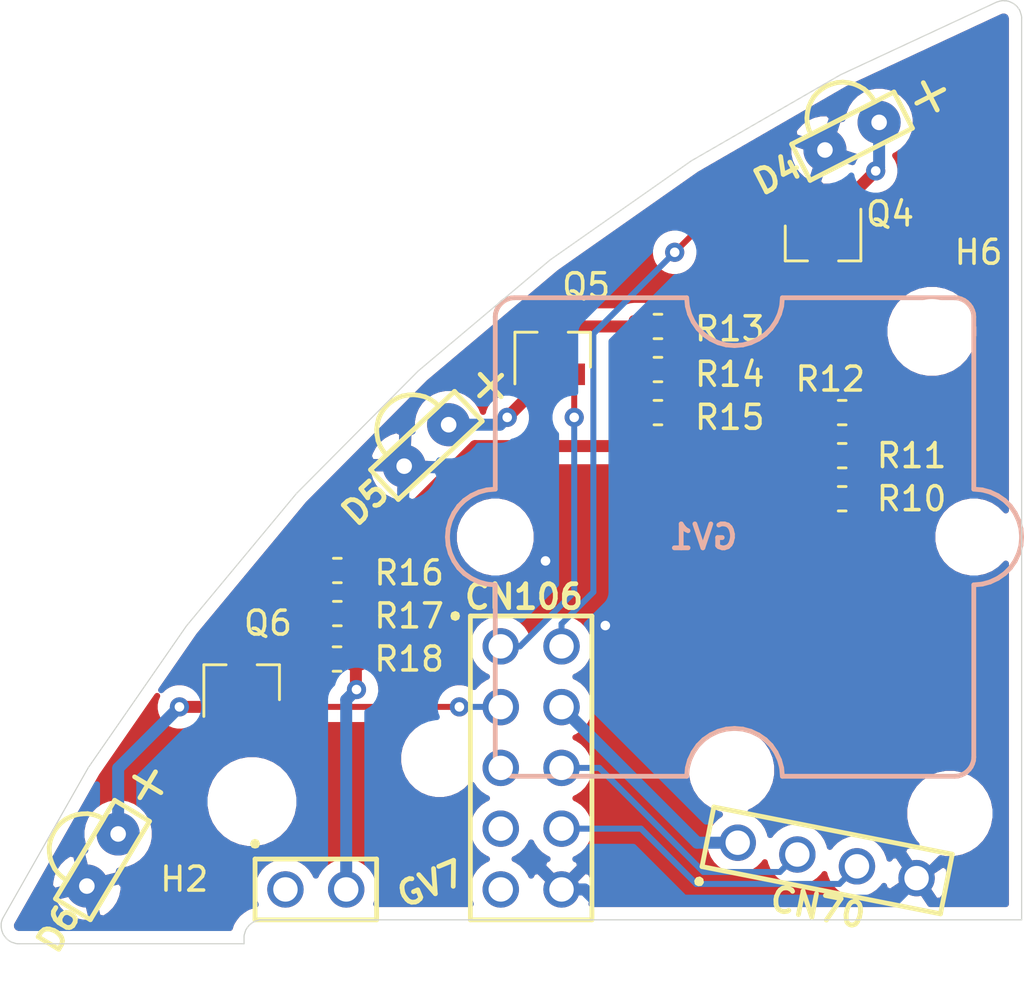
<source format=kicad_pcb>
(kicad_pcb (version 20171130) (host pcbnew 5.1.6-c6e7f7d~87~ubuntu18.04.1)

  (general
    (thickness 1.6)
    (drawings 76)
    (tracks 82)
    (zones 0)
    (modules 21)
    (nets 19)
  )

  (page A)
  (title_block
    (title "HR2 NW PCB")
    (date 2020-06-13)
    (rev A)
    (company "Homebrew Robotics Club")
  )

  (layers
    (0 F.Cu signal)
    (31 B.Cu signal)
    (32 B.Adhes user)
    (33 F.Adhes user)
    (34 B.Paste user)
    (35 F.Paste user)
    (36 B.SilkS user)
    (37 F.SilkS user)
    (38 B.Mask user)
    (39 F.Mask user)
    (40 Dwgs.User user)
    (41 Cmts.User user)
    (42 Eco1.User user)
    (43 Eco2.User user)
    (44 Edge.Cuts user)
    (45 Margin user)
    (46 B.CrtYd user)
    (47 F.CrtYd user)
    (48 B.Fab user hide)
    (49 F.Fab user hide)
  )

  (setup
    (last_trace_width 0.5)
    (user_trace_width 0.5)
    (trace_clearance 0.2)
    (zone_clearance 0.508)
    (zone_45_only no)
    (trace_min 0.2)
    (via_size 0.8)
    (via_drill 0.4)
    (via_min_size 0.4)
    (via_min_drill 0.3)
    (uvia_size 0.3)
    (uvia_drill 0.1)
    (uvias_allowed no)
    (uvia_min_size 0.2)
    (uvia_min_drill 0.1)
    (edge_width 0.05)
    (segment_width 0.2)
    (pcb_text_width 0.3)
    (pcb_text_size 1.5 1.5)
    (mod_edge_width 0.12)
    (mod_text_size 1 1)
    (mod_text_width 0.15)
    (pad_size 1.524 1.524)
    (pad_drill 0.762)
    (pad_to_mask_clearance 0.05)
    (aux_axis_origin 0 0)
    (visible_elements FFFFFF7F)
    (pcbplotparams
      (layerselection 0x010fc_ffffffff)
      (usegerberextensions false)
      (usegerberattributes true)
      (usegerberadvancedattributes true)
      (creategerberjobfile true)
      (excludeedgelayer true)
      (linewidth 0.100000)
      (plotframeref false)
      (viasonmask false)
      (mode 1)
      (useauxorigin false)
      (hpglpennumber 1)
      (hpglpenspeed 20)
      (hpglpendiameter 15.000000)
      (psnegative false)
      (psa4output false)
      (plotreference true)
      (plotvalue true)
      (plotinvisibletext false)
      (padsonsilk false)
      (subtractmaskfromsilk false)
      (outputformat 1)
      (mirror false)
      (drillshape 1)
      (scaleselection 1)
      (outputdirectory ""))
  )

  (net 0 "")
  (net 1 /GND)
  (net 2 /ECHO)
  (net 3 /TRIG)
  (net 4 /5V)
  (net 5 /LED5)
  (net 6 /LED4)
  (net 7 /LED6)
  (net 8 "Net-(D4-Pad2)")
  (net 9 "Net-(D5-Pad2)")
  (net 10 "Net-(D6-Pad2)")
  (net 11 "Net-(Q4-Pad3)")
  (net 12 "Net-(Q5-Pad3)")
  (net 13 "Net-(Q6-Pad3)")
  (net 14 "Net-(CN106-Pad7)")
  (net 15 "Net-(CN106-Pad6)")
  (net 16 "Net-(CN106-Pad5)")
  (net 17 /9V)
  (net 18 "Net-(CN106-Pad1)")

  (net_class Default "This is the default net class."
    (clearance 0.2)
    (trace_width 0.25)
    (via_dia 0.8)
    (via_drill 0.4)
    (uvia_dia 0.3)
    (uvia_drill 0.1)
    (add_net /5V)
    (add_net /9V)
    (add_net /ECHO)
    (add_net /GND)
    (add_net /LED4)
    (add_net /LED5)
    (add_net /LED6)
    (add_net /TRIG)
    (add_net "Net-(CN106-Pad1)")
    (add_net "Net-(CN106-Pad5)")
    (add_net "Net-(CN106-Pad6)")
    (add_net "Net-(CN106-Pad7)")
    (add_net "Net-(D4-Pad2)")
    (add_net "Net-(D5-Pad2)")
    (add_net "Net-(D6-Pad2)")
    (add_net "Net-(Q4-Pad3)")
    (add_net "Net-(Q5-Pad3)")
    (add_net "Net-(Q6-Pad3)")
  )

  (module Resistor_SMD:R_0603_1608Metric (layer F.Cu) (tedit 5B301BBD) (tstamp 5F43ACC6)
    (at 41.3875 52.1)
    (descr "Resistor SMD 0603 (1608 Metric), square (rectangular) end terminal, IPC_7351 nominal, (Body size source: http://www.tortai-tech.com/upload/download/2011102023233369053.pdf), generated with kicad-footprint-generator")
    (tags resistor)
    (path /5F4407D9)
    (attr smd)
    (fp_text reference R18 (at 3.0125 0) (layer F.SilkS)
      (effects (font (size 1 1) (thickness 0.15)))
    )
    (fp_text value 330Ω;1608 (at 0 1.43) (layer F.Fab)
      (effects (font (size 1 1) (thickness 0.15)))
    )
    (fp_line (start 1.48 0.73) (end -1.48 0.73) (layer F.CrtYd) (width 0.05))
    (fp_line (start 1.48 -0.73) (end 1.48 0.73) (layer F.CrtYd) (width 0.05))
    (fp_line (start -1.48 -0.73) (end 1.48 -0.73) (layer F.CrtYd) (width 0.05))
    (fp_line (start -1.48 0.73) (end -1.48 -0.73) (layer F.CrtYd) (width 0.05))
    (fp_line (start -0.162779 0.51) (end 0.162779 0.51) (layer F.SilkS) (width 0.12))
    (fp_line (start -0.162779 -0.51) (end 0.162779 -0.51) (layer F.SilkS) (width 0.12))
    (fp_line (start 0.8 0.4) (end -0.8 0.4) (layer F.Fab) (width 0.1))
    (fp_line (start 0.8 -0.4) (end 0.8 0.4) (layer F.Fab) (width 0.1))
    (fp_line (start -0.8 -0.4) (end 0.8 -0.4) (layer F.Fab) (width 0.1))
    (fp_line (start -0.8 0.4) (end -0.8 -0.4) (layer F.Fab) (width 0.1))
    (fp_text user %R (at 0 0) (layer F.Fab)
      (effects (font (size 0.4 0.4) (thickness 0.06)))
    )
    (pad 2 smd roundrect (at 0.7875 0) (size 0.875 0.95) (layers F.Cu F.Paste F.Mask) (roundrect_rratio 0.25)
      (net 17 /9V))
    (pad 1 smd roundrect (at -0.7875 0) (size 0.875 0.95) (layers F.Cu F.Paste F.Mask) (roundrect_rratio 0.25)
      (net 13 "Net-(Q6-Pad3)"))
    (model ${KISYS3DMOD}/Resistor_SMD.3dshapes/R_0603_1608Metric.wrl
      (at (xyz 0 0 0))
      (scale (xyz 1 1 1))
      (rotate (xyz 0 0 0))
    )
  )

  (module Resistor_SMD:R_0603_1608Metric (layer F.Cu) (tedit 5B301BBD) (tstamp 5F43ACB5)
    (at 41.4 50.2)
    (descr "Resistor SMD 0603 (1608 Metric), square (rectangular) end terminal, IPC_7351 nominal, (Body size source: http://www.tortai-tech.com/upload/download/2011102023233369053.pdf), generated with kicad-footprint-generator")
    (tags resistor)
    (path /5F4407E3)
    (attr smd)
    (fp_text reference R17 (at 3 0.1) (layer F.SilkS)
      (effects (font (size 1 1) (thickness 0.15)))
    )
    (fp_text value 330Ω;1608 (at 0 1.43) (layer F.Fab)
      (effects (font (size 1 1) (thickness 0.15)))
    )
    (fp_line (start 1.48 0.73) (end -1.48 0.73) (layer F.CrtYd) (width 0.05))
    (fp_line (start 1.48 -0.73) (end 1.48 0.73) (layer F.CrtYd) (width 0.05))
    (fp_line (start -1.48 -0.73) (end 1.48 -0.73) (layer F.CrtYd) (width 0.05))
    (fp_line (start -1.48 0.73) (end -1.48 -0.73) (layer F.CrtYd) (width 0.05))
    (fp_line (start -0.162779 0.51) (end 0.162779 0.51) (layer F.SilkS) (width 0.12))
    (fp_line (start -0.162779 -0.51) (end 0.162779 -0.51) (layer F.SilkS) (width 0.12))
    (fp_line (start 0.8 0.4) (end -0.8 0.4) (layer F.Fab) (width 0.1))
    (fp_line (start 0.8 -0.4) (end 0.8 0.4) (layer F.Fab) (width 0.1))
    (fp_line (start -0.8 -0.4) (end 0.8 -0.4) (layer F.Fab) (width 0.1))
    (fp_line (start -0.8 0.4) (end -0.8 -0.4) (layer F.Fab) (width 0.1))
    (fp_text user %R (at 0 0) (layer F.Fab)
      (effects (font (size 0.4 0.4) (thickness 0.06)))
    )
    (pad 2 smd roundrect (at 0.7875 0) (size 0.875 0.95) (layers F.Cu F.Paste F.Mask) (roundrect_rratio 0.25)
      (net 17 /9V))
    (pad 1 smd roundrect (at -0.7875 0) (size 0.875 0.95) (layers F.Cu F.Paste F.Mask) (roundrect_rratio 0.25)
      (net 13 "Net-(Q6-Pad3)"))
    (model ${KISYS3DMOD}/Resistor_SMD.3dshapes/R_0603_1608Metric.wrl
      (at (xyz 0 0 0))
      (scale (xyz 1 1 1))
      (rotate (xyz 0 0 0))
    )
  )

  (module Resistor_SMD:R_0603_1608Metric (layer F.Cu) (tedit 5B301BBD) (tstamp 5F43BB7C)
    (at 41.4 48.4)
    (descr "Resistor SMD 0603 (1608 Metric), square (rectangular) end terminal, IPC_7351 nominal, (Body size source: http://www.tortai-tech.com/upload/download/2011102023233369053.pdf), generated with kicad-footprint-generator")
    (tags resistor)
    (path /5F4407ED)
    (attr smd)
    (fp_text reference R16 (at 3 0.1) (layer F.SilkS)
      (effects (font (size 1 1) (thickness 0.15)))
    )
    (fp_text value 330Ω;1608 (at 0 1.43) (layer F.Fab)
      (effects (font (size 1 1) (thickness 0.15)))
    )
    (fp_line (start 1.48 0.73) (end -1.48 0.73) (layer F.CrtYd) (width 0.05))
    (fp_line (start 1.48 -0.73) (end 1.48 0.73) (layer F.CrtYd) (width 0.05))
    (fp_line (start -1.48 -0.73) (end 1.48 -0.73) (layer F.CrtYd) (width 0.05))
    (fp_line (start -1.48 0.73) (end -1.48 -0.73) (layer F.CrtYd) (width 0.05))
    (fp_line (start -0.162779 0.51) (end 0.162779 0.51) (layer F.SilkS) (width 0.12))
    (fp_line (start -0.162779 -0.51) (end 0.162779 -0.51) (layer F.SilkS) (width 0.12))
    (fp_line (start 0.8 0.4) (end -0.8 0.4) (layer F.Fab) (width 0.1))
    (fp_line (start 0.8 -0.4) (end 0.8 0.4) (layer F.Fab) (width 0.1))
    (fp_line (start -0.8 -0.4) (end 0.8 -0.4) (layer F.Fab) (width 0.1))
    (fp_line (start -0.8 0.4) (end -0.8 -0.4) (layer F.Fab) (width 0.1))
    (fp_text user %R (at 0 0) (layer F.Fab)
      (effects (font (size 0.4 0.4) (thickness 0.06)))
    )
    (pad 2 smd roundrect (at 0.7875 0) (size 0.875 0.95) (layers F.Cu F.Paste F.Mask) (roundrect_rratio 0.25)
      (net 17 /9V))
    (pad 1 smd roundrect (at -0.7875 0) (size 0.875 0.95) (layers F.Cu F.Paste F.Mask) (roundrect_rratio 0.25)
      (net 13 "Net-(Q6-Pad3)"))
    (model ${KISYS3DMOD}/Resistor_SMD.3dshapes/R_0603_1608Metric.wrl
      (at (xyz 0 0 0))
      (scale (xyz 1 1 1))
      (rotate (xyz 0 0 0))
    )
  )

  (module Resistor_SMD:R_0603_1608Metric (layer F.Cu) (tedit 5B301BBD) (tstamp 5F43AC93)
    (at 54.8 41.8)
    (descr "Resistor SMD 0603 (1608 Metric), square (rectangular) end terminal, IPC_7351 nominal, (Body size source: http://www.tortai-tech.com/upload/download/2011102023233369053.pdf), generated with kicad-footprint-generator")
    (tags resistor)
    (path /5F43B29B)
    (attr smd)
    (fp_text reference R15 (at 3 0.2) (layer F.SilkS)
      (effects (font (size 1 1) (thickness 0.15)))
    )
    (fp_text value 330Ω;1608 (at 0 1.43) (layer F.Fab)
      (effects (font (size 1 1) (thickness 0.15)))
    )
    (fp_line (start 1.48 0.73) (end -1.48 0.73) (layer F.CrtYd) (width 0.05))
    (fp_line (start 1.48 -0.73) (end 1.48 0.73) (layer F.CrtYd) (width 0.05))
    (fp_line (start -1.48 -0.73) (end 1.48 -0.73) (layer F.CrtYd) (width 0.05))
    (fp_line (start -1.48 0.73) (end -1.48 -0.73) (layer F.CrtYd) (width 0.05))
    (fp_line (start -0.162779 0.51) (end 0.162779 0.51) (layer F.SilkS) (width 0.12))
    (fp_line (start -0.162779 -0.51) (end 0.162779 -0.51) (layer F.SilkS) (width 0.12))
    (fp_line (start 0.8 0.4) (end -0.8 0.4) (layer F.Fab) (width 0.1))
    (fp_line (start 0.8 -0.4) (end 0.8 0.4) (layer F.Fab) (width 0.1))
    (fp_line (start -0.8 -0.4) (end 0.8 -0.4) (layer F.Fab) (width 0.1))
    (fp_line (start -0.8 0.4) (end -0.8 -0.4) (layer F.Fab) (width 0.1))
    (fp_text user %R (at 0 0) (layer F.Fab)
      (effects (font (size 0.4 0.4) (thickness 0.06)))
    )
    (pad 2 smd roundrect (at 0.7875 0) (size 0.875 0.95) (layers F.Cu F.Paste F.Mask) (roundrect_rratio 0.25)
      (net 17 /9V))
    (pad 1 smd roundrect (at -0.7875 0) (size 0.875 0.95) (layers F.Cu F.Paste F.Mask) (roundrect_rratio 0.25)
      (net 12 "Net-(Q5-Pad3)"))
    (model ${KISYS3DMOD}/Resistor_SMD.3dshapes/R_0603_1608Metric.wrl
      (at (xyz 0 0 0))
      (scale (xyz 1 1 1))
      (rotate (xyz 0 0 0))
    )
  )

  (module Resistor_SMD:R_0603_1608Metric (layer F.Cu) (tedit 5B301BBD) (tstamp 5F43AC82)
    (at 54.8 40)
    (descr "Resistor SMD 0603 (1608 Metric), square (rectangular) end terminal, IPC_7351 nominal, (Body size source: http://www.tortai-tech.com/upload/download/2011102023233369053.pdf), generated with kicad-footprint-generator")
    (tags resistor)
    (path /5F43B2A5)
    (attr smd)
    (fp_text reference R14 (at 3 0.2) (layer F.SilkS)
      (effects (font (size 1 1) (thickness 0.15)))
    )
    (fp_text value 330Ω;1608 (at 0 1.43) (layer F.Fab)
      (effects (font (size 1 1) (thickness 0.15)))
    )
    (fp_line (start 1.48 0.73) (end -1.48 0.73) (layer F.CrtYd) (width 0.05))
    (fp_line (start 1.48 -0.73) (end 1.48 0.73) (layer F.CrtYd) (width 0.05))
    (fp_line (start -1.48 -0.73) (end 1.48 -0.73) (layer F.CrtYd) (width 0.05))
    (fp_line (start -1.48 0.73) (end -1.48 -0.73) (layer F.CrtYd) (width 0.05))
    (fp_line (start -0.162779 0.51) (end 0.162779 0.51) (layer F.SilkS) (width 0.12))
    (fp_line (start -0.162779 -0.51) (end 0.162779 -0.51) (layer F.SilkS) (width 0.12))
    (fp_line (start 0.8 0.4) (end -0.8 0.4) (layer F.Fab) (width 0.1))
    (fp_line (start 0.8 -0.4) (end 0.8 0.4) (layer F.Fab) (width 0.1))
    (fp_line (start -0.8 -0.4) (end 0.8 -0.4) (layer F.Fab) (width 0.1))
    (fp_line (start -0.8 0.4) (end -0.8 -0.4) (layer F.Fab) (width 0.1))
    (fp_text user %R (at 0 0) (layer F.Fab)
      (effects (font (size 0.4 0.4) (thickness 0.06)))
    )
    (pad 2 smd roundrect (at 0.7875 0) (size 0.875 0.95) (layers F.Cu F.Paste F.Mask) (roundrect_rratio 0.25)
      (net 17 /9V))
    (pad 1 smd roundrect (at -0.7875 0) (size 0.875 0.95) (layers F.Cu F.Paste F.Mask) (roundrect_rratio 0.25)
      (net 12 "Net-(Q5-Pad3)"))
    (model ${KISYS3DMOD}/Resistor_SMD.3dshapes/R_0603_1608Metric.wrl
      (at (xyz 0 0 0))
      (scale (xyz 1 1 1))
      (rotate (xyz 0 0 0))
    )
  )

  (module Resistor_SMD:R_0603_1608Metric (layer F.Cu) (tedit 5B301BBD) (tstamp 5F43AC71)
    (at 54.8 38.2)
    (descr "Resistor SMD 0603 (1608 Metric), square (rectangular) end terminal, IPC_7351 nominal, (Body size source: http://www.tortai-tech.com/upload/download/2011102023233369053.pdf), generated with kicad-footprint-generator")
    (tags resistor)
    (path /5F43B2AF)
    (attr smd)
    (fp_text reference R13 (at 3 0.1) (layer F.SilkS)
      (effects (font (size 1 1) (thickness 0.15)))
    )
    (fp_text value 330Ω;1608 (at 0 1.43) (layer F.Fab)
      (effects (font (size 1 1) (thickness 0.15)))
    )
    (fp_line (start 1.48 0.73) (end -1.48 0.73) (layer F.CrtYd) (width 0.05))
    (fp_line (start 1.48 -0.73) (end 1.48 0.73) (layer F.CrtYd) (width 0.05))
    (fp_line (start -1.48 -0.73) (end 1.48 -0.73) (layer F.CrtYd) (width 0.05))
    (fp_line (start -1.48 0.73) (end -1.48 -0.73) (layer F.CrtYd) (width 0.05))
    (fp_line (start -0.162779 0.51) (end 0.162779 0.51) (layer F.SilkS) (width 0.12))
    (fp_line (start -0.162779 -0.51) (end 0.162779 -0.51) (layer F.SilkS) (width 0.12))
    (fp_line (start 0.8 0.4) (end -0.8 0.4) (layer F.Fab) (width 0.1))
    (fp_line (start 0.8 -0.4) (end 0.8 0.4) (layer F.Fab) (width 0.1))
    (fp_line (start -0.8 -0.4) (end 0.8 -0.4) (layer F.Fab) (width 0.1))
    (fp_line (start -0.8 0.4) (end -0.8 -0.4) (layer F.Fab) (width 0.1))
    (fp_text user %R (at 0 0) (layer F.Fab)
      (effects (font (size 0.4 0.4) (thickness 0.06)))
    )
    (pad 2 smd roundrect (at 0.7875 0) (size 0.875 0.95) (layers F.Cu F.Paste F.Mask) (roundrect_rratio 0.25)
      (net 17 /9V))
    (pad 1 smd roundrect (at -0.7875 0) (size 0.875 0.95) (layers F.Cu F.Paste F.Mask) (roundrect_rratio 0.25)
      (net 12 "Net-(Q5-Pad3)"))
    (model ${KISYS3DMOD}/Resistor_SMD.3dshapes/R_0603_1608Metric.wrl
      (at (xyz 0 0 0))
      (scale (xyz 1 1 1))
      (rotate (xyz 0 0 0))
    )
  )

  (module Resistor_SMD:R_0603_1608Metric (layer F.Cu) (tedit 5B301BBD) (tstamp 5F43AC60)
    (at 62.5 41.8 180)
    (descr "Resistor SMD 0603 (1608 Metric), square (rectangular) end terminal, IPC_7351 nominal, (Body size source: http://www.tortai-tech.com/upload/download/2011102023233369053.pdf), generated with kicad-footprint-generator")
    (tags resistor)
    (path /5F434F01)
    (attr smd)
    (fp_text reference R12 (at 0.5 1.4) (layer F.SilkS)
      (effects (font (size 1 1) (thickness 0.15)))
    )
    (fp_text value 330Ω;1608 (at 0 1.43) (layer F.Fab)
      (effects (font (size 1 1) (thickness 0.15)))
    )
    (fp_line (start 1.48 0.73) (end -1.48 0.73) (layer F.CrtYd) (width 0.05))
    (fp_line (start 1.48 -0.73) (end 1.48 0.73) (layer F.CrtYd) (width 0.05))
    (fp_line (start -1.48 -0.73) (end 1.48 -0.73) (layer F.CrtYd) (width 0.05))
    (fp_line (start -1.48 0.73) (end -1.48 -0.73) (layer F.CrtYd) (width 0.05))
    (fp_line (start -0.162779 0.51) (end 0.162779 0.51) (layer F.SilkS) (width 0.12))
    (fp_line (start -0.162779 -0.51) (end 0.162779 -0.51) (layer F.SilkS) (width 0.12))
    (fp_line (start 0.8 0.4) (end -0.8 0.4) (layer F.Fab) (width 0.1))
    (fp_line (start 0.8 -0.4) (end 0.8 0.4) (layer F.Fab) (width 0.1))
    (fp_line (start -0.8 -0.4) (end 0.8 -0.4) (layer F.Fab) (width 0.1))
    (fp_line (start -0.8 0.4) (end -0.8 -0.4) (layer F.Fab) (width 0.1))
    (fp_text user %R (at 0 0) (layer F.Fab)
      (effects (font (size 0.4 0.4) (thickness 0.06)))
    )
    (pad 2 smd roundrect (at 0.7875 0 180) (size 0.875 0.95) (layers F.Cu F.Paste F.Mask) (roundrect_rratio 0.25)
      (net 17 /9V))
    (pad 1 smd roundrect (at -0.7875 0 180) (size 0.875 0.95) (layers F.Cu F.Paste F.Mask) (roundrect_rratio 0.25)
      (net 11 "Net-(Q4-Pad3)"))
    (model ${KISYS3DMOD}/Resistor_SMD.3dshapes/R_0603_1608Metric.wrl
      (at (xyz 0 0 0))
      (scale (xyz 1 1 1))
      (rotate (xyz 0 0 0))
    )
  )

  (module Resistor_SMD:R_0603_1608Metric (layer F.Cu) (tedit 5B301BBD) (tstamp 5F43AC4F)
    (at 62.5 43.6 180)
    (descr "Resistor SMD 0603 (1608 Metric), square (rectangular) end terminal, IPC_7351 nominal, (Body size source: http://www.tortai-tech.com/upload/download/2011102023233369053.pdf), generated with kicad-footprint-generator")
    (tags resistor)
    (path /5F437EB2)
    (attr smd)
    (fp_text reference R11 (at -2.9 0) (layer F.SilkS)
      (effects (font (size 1 1) (thickness 0.15)))
    )
    (fp_text value 330Ω;1608 (at 0 1.43) (layer F.Fab)
      (effects (font (size 1 1) (thickness 0.15)))
    )
    (fp_line (start 1.48 0.73) (end -1.48 0.73) (layer F.CrtYd) (width 0.05))
    (fp_line (start 1.48 -0.73) (end 1.48 0.73) (layer F.CrtYd) (width 0.05))
    (fp_line (start -1.48 -0.73) (end 1.48 -0.73) (layer F.CrtYd) (width 0.05))
    (fp_line (start -1.48 0.73) (end -1.48 -0.73) (layer F.CrtYd) (width 0.05))
    (fp_line (start -0.162779 0.51) (end 0.162779 0.51) (layer F.SilkS) (width 0.12))
    (fp_line (start -0.162779 -0.51) (end 0.162779 -0.51) (layer F.SilkS) (width 0.12))
    (fp_line (start 0.8 0.4) (end -0.8 0.4) (layer F.Fab) (width 0.1))
    (fp_line (start 0.8 -0.4) (end 0.8 0.4) (layer F.Fab) (width 0.1))
    (fp_line (start -0.8 -0.4) (end 0.8 -0.4) (layer F.Fab) (width 0.1))
    (fp_line (start -0.8 0.4) (end -0.8 -0.4) (layer F.Fab) (width 0.1))
    (fp_text user %R (at 0 0) (layer F.Fab)
      (effects (font (size 0.4 0.4) (thickness 0.06)))
    )
    (pad 2 smd roundrect (at 0.7875 0 180) (size 0.875 0.95) (layers F.Cu F.Paste F.Mask) (roundrect_rratio 0.25)
      (net 17 /9V))
    (pad 1 smd roundrect (at -0.7875 0 180) (size 0.875 0.95) (layers F.Cu F.Paste F.Mask) (roundrect_rratio 0.25)
      (net 11 "Net-(Q4-Pad3)"))
    (model ${KISYS3DMOD}/Resistor_SMD.3dshapes/R_0603_1608Metric.wrl
      (at (xyz 0 0 0))
      (scale (xyz 1 1 1))
      (rotate (xyz 0 0 0))
    )
  )

  (module Resistor_SMD:R_0603_1608Metric (layer F.Cu) (tedit 5B301BBD) (tstamp 5F43AC3E)
    (at 62.5 45.4 180)
    (descr "Resistor SMD 0603 (1608 Metric), square (rectangular) end terminal, IPC_7351 nominal, (Body size source: http://www.tortai-tech.com/upload/download/2011102023233369053.pdf), generated with kicad-footprint-generator")
    (tags resistor)
    (path /5F43808D)
    (attr smd)
    (fp_text reference R10 (at -2.9 0) (layer F.SilkS)
      (effects (font (size 1 1) (thickness 0.15)))
    )
    (fp_text value 330Ω;1608 (at 0 1.43) (layer F.Fab)
      (effects (font (size 1 1) (thickness 0.15)))
    )
    (fp_line (start 1.48 0.73) (end -1.48 0.73) (layer F.CrtYd) (width 0.05))
    (fp_line (start 1.48 -0.73) (end 1.48 0.73) (layer F.CrtYd) (width 0.05))
    (fp_line (start -1.48 -0.73) (end 1.48 -0.73) (layer F.CrtYd) (width 0.05))
    (fp_line (start -1.48 0.73) (end -1.48 -0.73) (layer F.CrtYd) (width 0.05))
    (fp_line (start -0.162779 0.51) (end 0.162779 0.51) (layer F.SilkS) (width 0.12))
    (fp_line (start -0.162779 -0.51) (end 0.162779 -0.51) (layer F.SilkS) (width 0.12))
    (fp_line (start 0.8 0.4) (end -0.8 0.4) (layer F.Fab) (width 0.1))
    (fp_line (start 0.8 -0.4) (end 0.8 0.4) (layer F.Fab) (width 0.1))
    (fp_line (start -0.8 -0.4) (end 0.8 -0.4) (layer F.Fab) (width 0.1))
    (fp_line (start -0.8 0.4) (end -0.8 -0.4) (layer F.Fab) (width 0.1))
    (fp_text user %R (at 0 0) (layer F.Fab)
      (effects (font (size 0.4 0.4) (thickness 0.06)))
    )
    (pad 2 smd roundrect (at 0.7875 0 180) (size 0.875 0.95) (layers F.Cu F.Paste F.Mask) (roundrect_rratio 0.25)
      (net 17 /9V))
    (pad 1 smd roundrect (at -0.7875 0 180) (size 0.875 0.95) (layers F.Cu F.Paste F.Mask) (roundrect_rratio 0.25)
      (net 11 "Net-(Q4-Pad3)"))
    (model ${KISYS3DMOD}/Resistor_SMD.3dshapes/R_0603_1608Metric.wrl
      (at (xyz 0 0 0))
      (scale (xyz 1 1 1))
      (rotate (xyz 0 0 0))
    )
  )

  (module Package_TO_SOT_SMD:SOT-23 (layer F.Cu) (tedit 5A02FF57) (tstamp 5F43B861)
    (at 37.4 53.1 90)
    (descr "SOT-23, Standard")
    (tags SOT-23)
    (path /5F4407CF)
    (attr smd)
    (fp_text reference Q6 (at 2.5 1.1 180) (layer F.SilkS)
      (effects (font (size 1 1) (thickness 0.15)))
    )
    (fp_text value 2N7000;SOT23 (at 0 2.5 90) (layer F.Fab)
      (effects (font (size 1 1) (thickness 0.15)))
    )
    (fp_line (start 0.76 1.58) (end -0.7 1.58) (layer F.SilkS) (width 0.12))
    (fp_line (start 0.76 -1.58) (end -1.4 -1.58) (layer F.SilkS) (width 0.12))
    (fp_line (start -1.7 1.75) (end -1.7 -1.75) (layer F.CrtYd) (width 0.05))
    (fp_line (start 1.7 1.75) (end -1.7 1.75) (layer F.CrtYd) (width 0.05))
    (fp_line (start 1.7 -1.75) (end 1.7 1.75) (layer F.CrtYd) (width 0.05))
    (fp_line (start -1.7 -1.75) (end 1.7 -1.75) (layer F.CrtYd) (width 0.05))
    (fp_line (start 0.76 -1.58) (end 0.76 -0.65) (layer F.SilkS) (width 0.12))
    (fp_line (start 0.76 1.58) (end 0.76 0.65) (layer F.SilkS) (width 0.12))
    (fp_line (start -0.7 1.52) (end 0.7 1.52) (layer F.Fab) (width 0.1))
    (fp_line (start 0.7 -1.52) (end 0.7 1.52) (layer F.Fab) (width 0.1))
    (fp_line (start -0.7 -0.95) (end -0.15 -1.52) (layer F.Fab) (width 0.1))
    (fp_line (start -0.15 -1.52) (end 0.7 -1.52) (layer F.Fab) (width 0.1))
    (fp_line (start -0.7 -0.95) (end -0.7 1.5) (layer F.Fab) (width 0.1))
    (fp_text user %R (at 0 0) (layer F.Fab)
      (effects (font (size 0.5 0.5) (thickness 0.075)))
    )
    (pad 3 smd rect (at 1 0 90) (size 0.9 0.8) (layers F.Cu F.Paste F.Mask)
      (net 13 "Net-(Q6-Pad3)"))
    (pad 2 smd rect (at -1 0.95 90) (size 0.9 0.8) (layers F.Cu F.Paste F.Mask)
      (net 7 /LED6))
    (pad 1 smd rect (at -1 -0.95 90) (size 0.9 0.8) (layers F.Cu F.Paste F.Mask)
      (net 10 "Net-(D6-Pad2)"))
    (model ${KISYS3DMOD}/Package_TO_SOT_SMD.3dshapes/SOT-23.wrl
      (at (xyz 0 0 0))
      (scale (xyz 1 1 1))
      (rotate (xyz 0 0 0))
    )
  )

  (module Package_TO_SOT_SMD:SOT-23 (layer F.Cu) (tedit 5A02FF57) (tstamp 5F43BCF8)
    (at 50.4 39.2 90)
    (descr "SOT-23, Standard")
    (tags SOT-23)
    (path /5F43B291)
    (attr smd)
    (fp_text reference Q5 (at 2.7 1.4 180) (layer F.SilkS)
      (effects (font (size 1 1) (thickness 0.15)))
    )
    (fp_text value 2N7000;SOT23 (at 0 2.5 90) (layer F.Fab)
      (effects (font (size 1 1) (thickness 0.15)))
    )
    (fp_line (start 0.76 1.58) (end -0.7 1.58) (layer F.SilkS) (width 0.12))
    (fp_line (start 0.76 -1.58) (end -1.4 -1.58) (layer F.SilkS) (width 0.12))
    (fp_line (start -1.7 1.75) (end -1.7 -1.75) (layer F.CrtYd) (width 0.05))
    (fp_line (start 1.7 1.75) (end -1.7 1.75) (layer F.CrtYd) (width 0.05))
    (fp_line (start 1.7 -1.75) (end 1.7 1.75) (layer F.CrtYd) (width 0.05))
    (fp_line (start -1.7 -1.75) (end 1.7 -1.75) (layer F.CrtYd) (width 0.05))
    (fp_line (start 0.76 -1.58) (end 0.76 -0.65) (layer F.SilkS) (width 0.12))
    (fp_line (start 0.76 1.58) (end 0.76 0.65) (layer F.SilkS) (width 0.12))
    (fp_line (start -0.7 1.52) (end 0.7 1.52) (layer F.Fab) (width 0.1))
    (fp_line (start 0.7 -1.52) (end 0.7 1.52) (layer F.Fab) (width 0.1))
    (fp_line (start -0.7 -0.95) (end -0.15 -1.52) (layer F.Fab) (width 0.1))
    (fp_line (start -0.15 -1.52) (end 0.7 -1.52) (layer F.Fab) (width 0.1))
    (fp_line (start -0.7 -0.95) (end -0.7 1.5) (layer F.Fab) (width 0.1))
    (fp_text user %R (at 0 0) (layer F.Fab)
      (effects (font (size 0.5 0.5) (thickness 0.075)))
    )
    (pad 3 smd rect (at 1 0 90) (size 0.9 0.8) (layers F.Cu F.Paste F.Mask)
      (net 12 "Net-(Q5-Pad3)"))
    (pad 2 smd rect (at -1 0.95 90) (size 0.9 0.8) (layers F.Cu F.Paste F.Mask)
      (net 5 /LED5))
    (pad 1 smd rect (at -1 -0.95 90) (size 0.9 0.8) (layers F.Cu F.Paste F.Mask)
      (net 9 "Net-(D5-Pad2)"))
    (model ${KISYS3DMOD}/Package_TO_SOT_SMD.3dshapes/SOT-23.wrl
      (at (xyz 0 0 0))
      (scale (xyz 1 1 1))
      (rotate (xyz 0 0 0))
    )
  )

  (module Package_TO_SOT_SMD:SOT-23 (layer F.Cu) (tedit 5A02FF57) (tstamp 5F43AC03)
    (at 61.7 34.7 270)
    (descr "SOT-23, Standard")
    (tags SOT-23)
    (path /5F433B12)
    (attr smd)
    (fp_text reference Q4 (at -1.2 -2.8 180) (layer F.SilkS)
      (effects (font (size 1 1) (thickness 0.15)))
    )
    (fp_text value 2N7000;SOT23 (at 0 2.5 90) (layer F.Fab)
      (effects (font (size 1 1) (thickness 0.15)))
    )
    (fp_line (start 0.76 1.58) (end -0.7 1.58) (layer F.SilkS) (width 0.12))
    (fp_line (start 0.76 -1.58) (end -1.4 -1.58) (layer F.SilkS) (width 0.12))
    (fp_line (start -1.7 1.75) (end -1.7 -1.75) (layer F.CrtYd) (width 0.05))
    (fp_line (start 1.7 1.75) (end -1.7 1.75) (layer F.CrtYd) (width 0.05))
    (fp_line (start 1.7 -1.75) (end 1.7 1.75) (layer F.CrtYd) (width 0.05))
    (fp_line (start -1.7 -1.75) (end 1.7 -1.75) (layer F.CrtYd) (width 0.05))
    (fp_line (start 0.76 -1.58) (end 0.76 -0.65) (layer F.SilkS) (width 0.12))
    (fp_line (start 0.76 1.58) (end 0.76 0.65) (layer F.SilkS) (width 0.12))
    (fp_line (start -0.7 1.52) (end 0.7 1.52) (layer F.Fab) (width 0.1))
    (fp_line (start 0.7 -1.52) (end 0.7 1.52) (layer F.Fab) (width 0.1))
    (fp_line (start -0.7 -0.95) (end -0.15 -1.52) (layer F.Fab) (width 0.1))
    (fp_line (start -0.15 -1.52) (end 0.7 -1.52) (layer F.Fab) (width 0.1))
    (fp_line (start -0.7 -0.95) (end -0.7 1.5) (layer F.Fab) (width 0.1))
    (fp_text user %R (at 0 0) (layer F.Fab)
      (effects (font (size 0.5 0.5) (thickness 0.075)))
    )
    (pad 3 smd rect (at 1 0 270) (size 0.9 0.8) (layers F.Cu F.Paste F.Mask)
      (net 11 "Net-(Q4-Pad3)"))
    (pad 2 smd rect (at -1 0.95 270) (size 0.9 0.8) (layers F.Cu F.Paste F.Mask)
      (net 6 /LED4))
    (pad 1 smd rect (at -1 -0.95 270) (size 0.9 0.8) (layers F.Cu F.Paste F.Mask)
      (net 8 "Net-(D4-Pad2)"))
    (model ${KISYS3DMOD}/Package_TO_SOT_SMD.3dshapes/SOT-23.wrl
      (at (xyz 0 0 0))
      (scale (xyz 1 1 1))
      (rotate (xyz 0 0 0))
    )
  )

  (module HR2:BRIDGE_NW_OUTER_M1x2+M2x5 (layer F.Cu) (tedit 5F41A4B6) (tstamp 5F38D4DE)
    (at 49.5 56.65)
    (path /5F3877C6)
    (fp_text reference CN106 (at -0.3 -7.15) (layer F.SilkS)
      (effects (font (size 1 1) (thickness 0.2)))
    )
    (fp_text value BRIDGE_NW_OUTER;M1x2+M2x5 (at 0 0) (layer F.Fab)
      (effects (font (size 1 1) (thickness 0.2)))
    )
    (fp_line (start -2.54 6.35) (end 2.54 6.35) (layer F.SilkS) (width 0.2))
    (fp_line (start -2.54 -6.35) (end -2.54 6.35) (layer F.SilkS) (width 0.2))
    (fp_line (start 2.54 -6.35) (end -2.54 -6.35) (layer F.SilkS) (width 0.2))
    (fp_line (start 2.54 6.35) (end 2.54 -6.35) (layer F.SilkS) (width 0.2))
    (fp_line (start -3.25 -6.28) (end -3.17 -6.25) (layer F.SilkS) (width 0.2))
    (fp_line (start -3.27 -6.35) (end -3.25 -6.28) (layer F.SilkS) (width 0.2))
    (fp_line (start -3.25 -6.42) (end -3.27 -6.35) (layer F.SilkS) (width 0.2))
    (fp_line (start -3.17 -6.45) (end -3.25 -6.42) (layer F.SilkS) (width 0.2))
    (fp_line (start -3.1 -6.42) (end -3.17 -6.45) (layer F.SilkS) (width 0.2))
    (fp_line (start -3.08 -6.35) (end -3.1 -6.42) (layer F.SilkS) (width 0.2))
    (fp_line (start -3.1 -6.28) (end -3.08 -6.35) (layer F.SilkS) (width 0.2))
    (fp_line (start -3.17 -6.25) (end -3.1 -6.28) (layer F.SilkS) (width 0.2))
    (fp_line (start -6.46 6.35) (end -6.46 3.81) (layer F.SilkS) (width 0.2))
    (fp_line (start -11.54 6.35) (end -6.46 6.35) (layer F.SilkS) (width 0.2))
    (fp_line (start -11.54 3.81) (end -11.54 6.35) (layer F.SilkS) (width 0.2))
    (fp_line (start -6.46 3.81) (end -11.54 3.81) (layer F.SilkS) (width 0.2))
    (fp_line (start -11.47 3.25) (end -11.44 3.17) (layer F.SilkS) (width 0.2))
    (fp_line (start -11.54 3.27) (end -11.47 3.25) (layer F.SilkS) (width 0.2))
    (fp_line (start -11.61 3.25) (end -11.54 3.27) (layer F.SilkS) (width 0.2))
    (fp_line (start -11.64 3.17) (end -11.61 3.25) (layer F.SilkS) (width 0.2))
    (fp_line (start -11.61 3.1) (end -11.64 3.17) (layer F.SilkS) (width 0.2))
    (fp_line (start -11.54 3.07) (end -11.61 3.1) (layer F.SilkS) (width 0.2))
    (fp_line (start -11.47 3.1) (end -11.54 3.07) (layer F.SilkS) (width 0.2))
    (fp_line (start -11.44 3.17) (end -11.47 3.1) (layer F.SilkS) (width 0.2))
    (pad 2 thru_hole circle (at -7.73 5.08) (size 1.52 1.52) (drill 1.02) (layers *.Cu *.Mask)
      (net 17 /9V))
    (pad 1 thru_hole circle (at -10.27 5.08) (size 1.52 1.52) (drill 1.02) (layers *.Cu *.Mask)
      (net 18 "Net-(CN106-Pad1)"))
    (pad 12 thru_hole circle (at 1.27 5.08) (size 1.52 1.52) (drill 1.02) (layers *.Cu *.Mask)
      (net 1 /GND))
    (pad 11 thru_hole circle (at 1.27 2.54) (size 1.52 1.52) (drill 1.02) (layers *.Cu *.Mask)
      (net 2 /ECHO))
    (pad 10 thru_hole circle (at 1.27 0) (size 1.52 1.52) (drill 1.02) (layers *.Cu *.Mask)
      (net 3 /TRIG))
    (pad 9 thru_hole circle (at 1.27 -2.54) (size 1.52 1.52) (drill 1.02) (layers *.Cu *.Mask)
      (net 4 /5V))
    (pad 8 thru_hole circle (at 1.27 -5.08) (size 1.52 1.52) (drill 1.02) (layers *.Cu *.Mask)
      (net 6 /LED4))
    (pad 7 thru_hole circle (at -1.27 5.08) (size 1.52 1.52) (drill 1.02) (layers *.Cu *.Mask)
      (net 14 "Net-(CN106-Pad7)"))
    (pad 6 thru_hole circle (at -1.27 2.54) (size 1.52 1.52) (drill 1.02) (layers *.Cu *.Mask)
      (net 15 "Net-(CN106-Pad6)"))
    (pad 5 thru_hole circle (at -1.27 0) (size 1.52 1.52) (drill 1.02) (layers *.Cu *.Mask)
      (net 16 "Net-(CN106-Pad5)"))
    (pad 4 thru_hole circle (at -1.27 -2.54) (size 1.52 1.52) (drill 1.02) (layers *.Cu *.Mask)
      (net 7 /LED6))
    (pad 3 thru_hole circle (at -1.27 -5.08) (size 1.52 1.52) (drill 1.02) (layers *.Cu *.Mask)
      (net 5 /LED5))
  )

  (module HR2:LED_GRNRA (layer F.Cu) (tedit 5F41A4B6) (tstamp 5F311D0E)
    (at 62.9117 30.2471 117)
    (path /5F30BC5B)
    (fp_text reference D4 (at 0 -3.5 27) (layer F.SilkS)
      (effects (font (size 1 1) (thickness 0.2)))
    )
    (fp_text value LED;GRNRA (at 0 0 117) (layer F.Fab)
      (effects (font (size 1 1) (thickness 0.2)))
    )
    (fp_line (start 0.85 2.4) (end 0.85 -2.4) (layer F.SilkS) (width 0.2))
    (fp_line (start -0.85 2.4) (end 0.85 2.4) (layer F.SilkS) (width 0.2))
    (fp_line (start -0.85 -2.4) (end -0.85 2.4) (layer F.SilkS) (width 0.2))
    (fp_line (start 0.85 -2.4) (end -0.85 -2.4) (layer F.SilkS) (width 0.2))
    (fp_line (start 0.85 -1.5) (end 0.85 1.5) (layer F.SilkS) (width 0.2))
    (fp_line (start 1.08 -1.48) (end 0.85 -1.5) (layer F.SilkS) (width 0.2))
    (fp_line (start 1.31 -1.43) (end 1.08 -1.48) (layer F.SilkS) (width 0.2))
    (fp_line (start 1.53 -1.34) (end 1.31 -1.43) (layer F.SilkS) (width 0.2))
    (fp_line (start 1.73 -1.21) (end 1.53 -1.34) (layer F.SilkS) (width 0.2))
    (fp_line (start 1.91 -1.06) (end 1.73 -1.21) (layer F.SilkS) (width 0.2))
    (fp_line (start 2.06 -0.88) (end 1.91 -1.06) (layer F.SilkS) (width 0.2))
    (fp_line (start 2.19 -0.68) (end 2.06 -0.88) (layer F.SilkS) (width 0.2))
    (fp_line (start 2.28 -0.46) (end 2.19 -0.68) (layer F.SilkS) (width 0.2))
    (fp_line (start 2.33 -0.23) (end 2.28 -0.46) (layer F.SilkS) (width 0.2))
    (fp_line (start 2.35 0) (end 2.33 -0.23) (layer F.SilkS) (width 0.2))
    (fp_line (start 2.33 0.23) (end 2.35 0) (layer F.SilkS) (width 0.2))
    (fp_line (start 2.28 0.46) (end 2.33 0.23) (layer F.SilkS) (width 0.2))
    (fp_line (start 2.19 0.68) (end 2.28 0.46) (layer F.SilkS) (width 0.2))
    (fp_line (start 2.06 0.88) (end 2.19 0.68) (layer F.SilkS) (width 0.2))
    (fp_line (start 1.91 1.06) (end 2.06 0.88) (layer F.SilkS) (width 0.2))
    (fp_line (start 1.73 1.21) (end 1.91 1.06) (layer F.SilkS) (width 0.2))
    (fp_line (start 1.53 1.34) (end 1.73 1.21) (layer F.SilkS) (width 0.2))
    (fp_line (start 1.31 1.43) (end 1.53 1.34) (layer F.SilkS) (width 0.2))
    (fp_line (start 1.08 1.48) (end 1.31 1.43) (layer F.SilkS) (width 0.2))
    (fp_line (start 0.85 1.5) (end 1.08 1.48) (layer F.SilkS) (width 0.2))
    (fp_line (start -0.64 3.67) (end 0.64 3.67) (layer F.SilkS) (width 0.2))
    (fp_line (start 0 4.3) (end 0 3.04) (layer F.SilkS) (width 0.2))
    (pad 2 thru_hole circle (at 0 1.27 117) (size 1.8 1.8) (drill 0.65) (layers *.Cu *.Mask)
      (net 8 "Net-(D4-Pad2)"))
    (pad 1 thru_hole circle (at 0 -1.27 117) (size 1.8 1.8) (drill 0.65) (layers *.Cu *.Mask)
      (net 1 /GND))
  )

  (module HR2:LED_GRNRA (layer F.Cu) (tedit 5F41A4B6) (tstamp 5F311CAE)
    (at 45.122 43.1722 133)
    (path /5F30DD43)
    (fp_text reference D5 (at 0 -3.5 43) (layer F.SilkS)
      (effects (font (size 1 1) (thickness 0.2)))
    )
    (fp_text value LED;GRNRA (at 0 0 133) (layer F.Fab)
      (effects (font (size 1 1) (thickness 0.2)))
    )
    (fp_line (start 0.85 2.4) (end 0.85 -2.4) (layer F.SilkS) (width 0.2))
    (fp_line (start -0.85 2.4) (end 0.85 2.4) (layer F.SilkS) (width 0.2))
    (fp_line (start -0.85 -2.4) (end -0.85 2.4) (layer F.SilkS) (width 0.2))
    (fp_line (start 0.85 -2.4) (end -0.85 -2.4) (layer F.SilkS) (width 0.2))
    (fp_line (start 0.85 -1.5) (end 0.85 1.5) (layer F.SilkS) (width 0.2))
    (fp_line (start 1.08 -1.48) (end 0.85 -1.5) (layer F.SilkS) (width 0.2))
    (fp_line (start 1.31 -1.43) (end 1.08 -1.48) (layer F.SilkS) (width 0.2))
    (fp_line (start 1.53 -1.34) (end 1.31 -1.43) (layer F.SilkS) (width 0.2))
    (fp_line (start 1.73 -1.21) (end 1.53 -1.34) (layer F.SilkS) (width 0.2))
    (fp_line (start 1.91 -1.06) (end 1.73 -1.21) (layer F.SilkS) (width 0.2))
    (fp_line (start 2.06 -0.88) (end 1.91 -1.06) (layer F.SilkS) (width 0.2))
    (fp_line (start 2.19 -0.68) (end 2.06 -0.88) (layer F.SilkS) (width 0.2))
    (fp_line (start 2.28 -0.46) (end 2.19 -0.68) (layer F.SilkS) (width 0.2))
    (fp_line (start 2.33 -0.23) (end 2.28 -0.46) (layer F.SilkS) (width 0.2))
    (fp_line (start 2.35 0) (end 2.33 -0.23) (layer F.SilkS) (width 0.2))
    (fp_line (start 2.33 0.23) (end 2.35 0) (layer F.SilkS) (width 0.2))
    (fp_line (start 2.28 0.46) (end 2.33 0.23) (layer F.SilkS) (width 0.2))
    (fp_line (start 2.19 0.68) (end 2.28 0.46) (layer F.SilkS) (width 0.2))
    (fp_line (start 2.06 0.88) (end 2.19 0.68) (layer F.SilkS) (width 0.2))
    (fp_line (start 1.91 1.06) (end 2.06 0.88) (layer F.SilkS) (width 0.2))
    (fp_line (start 1.73 1.21) (end 1.91 1.06) (layer F.SilkS) (width 0.2))
    (fp_line (start 1.53 1.34) (end 1.73 1.21) (layer F.SilkS) (width 0.2))
    (fp_line (start 1.31 1.43) (end 1.53 1.34) (layer F.SilkS) (width 0.2))
    (fp_line (start 1.08 1.48) (end 1.31 1.43) (layer F.SilkS) (width 0.2))
    (fp_line (start 0.85 1.5) (end 1.08 1.48) (layer F.SilkS) (width 0.2))
    (fp_line (start -0.64 3.67) (end 0.64 3.67) (layer F.SilkS) (width 0.2))
    (fp_line (start 0 4.3) (end 0 3.04) (layer F.SilkS) (width 0.2))
    (pad 2 thru_hole circle (at 0 1.27 133) (size 1.8 1.8) (drill 0.65) (layers *.Cu *.Mask)
      (net 9 "Net-(D5-Pad2)"))
    (pad 1 thru_hole circle (at 0 -1.27 133) (size 1.8 1.8) (drill 0.65) (layers *.Cu *.Mask)
      (net 1 /GND))
  )

  (module HR2:LED_GRNRA (layer F.Cu) (tedit 5F41A4B6) (tstamp 5F311C4E)
    (at 31.584 60.5 149)
    (path /5F30E439)
    (fp_text reference D6 (at 0.1 -3.4 59) (layer F.SilkS)
      (effects (font (size 1 1) (thickness 0.2)))
    )
    (fp_text value LED;GRNRA (at 0 0 149) (layer F.Fab)
      (effects (font (size 1 1) (thickness 0.2)))
    )
    (fp_line (start 0.85 2.4) (end 0.85 -2.4) (layer F.SilkS) (width 0.2))
    (fp_line (start -0.85 2.4) (end 0.85 2.4) (layer F.SilkS) (width 0.2))
    (fp_line (start -0.85 -2.4) (end -0.85 2.4) (layer F.SilkS) (width 0.2))
    (fp_line (start 0.85 -2.4) (end -0.85 -2.4) (layer F.SilkS) (width 0.2))
    (fp_line (start 0.85 -1.5) (end 0.85 1.5) (layer F.SilkS) (width 0.2))
    (fp_line (start 1.08 -1.48) (end 0.85 -1.5) (layer F.SilkS) (width 0.2))
    (fp_line (start 1.31 -1.43) (end 1.08 -1.48) (layer F.SilkS) (width 0.2))
    (fp_line (start 1.53 -1.34) (end 1.31 -1.43) (layer F.SilkS) (width 0.2))
    (fp_line (start 1.73 -1.21) (end 1.53 -1.34) (layer F.SilkS) (width 0.2))
    (fp_line (start 1.91 -1.06) (end 1.73 -1.21) (layer F.SilkS) (width 0.2))
    (fp_line (start 2.06 -0.88) (end 1.91 -1.06) (layer F.SilkS) (width 0.2))
    (fp_line (start 2.19 -0.68) (end 2.06 -0.88) (layer F.SilkS) (width 0.2))
    (fp_line (start 2.28 -0.46) (end 2.19 -0.68) (layer F.SilkS) (width 0.2))
    (fp_line (start 2.33 -0.23) (end 2.28 -0.46) (layer F.SilkS) (width 0.2))
    (fp_line (start 2.35 0) (end 2.33 -0.23) (layer F.SilkS) (width 0.2))
    (fp_line (start 2.33 0.23) (end 2.35 0) (layer F.SilkS) (width 0.2))
    (fp_line (start 2.28 0.46) (end 2.33 0.23) (layer F.SilkS) (width 0.2))
    (fp_line (start 2.19 0.68) (end 2.28 0.46) (layer F.SilkS) (width 0.2))
    (fp_line (start 2.06 0.88) (end 2.19 0.68) (layer F.SilkS) (width 0.2))
    (fp_line (start 1.91 1.06) (end 2.06 0.88) (layer F.SilkS) (width 0.2))
    (fp_line (start 1.73 1.21) (end 1.91 1.06) (layer F.SilkS) (width 0.2))
    (fp_line (start 1.53 1.34) (end 1.73 1.21) (layer F.SilkS) (width 0.2))
    (fp_line (start 1.31 1.43) (end 1.53 1.34) (layer F.SilkS) (width 0.2))
    (fp_line (start 1.08 1.48) (end 1.31 1.43) (layer F.SilkS) (width 0.2))
    (fp_line (start 0.85 1.5) (end 1.08 1.48) (layer F.SilkS) (width 0.2))
    (fp_line (start -0.64 3.67) (end 0.64 3.67) (layer F.SilkS) (width 0.2))
    (fp_line (start 0 4.3) (end 0 3.04) (layer F.SilkS) (width 0.2))
    (pad 2 thru_hole circle (at 0 1.27 149) (size 1.8 1.8) (drill 0.65) (layers *.Cu *.Mask)
      (net 10 "Net-(D6-Pad2)"))
    (pad 1 thru_hole circle (at 0 -1.27 149) (size 1.8 1.8) (drill 0.65) (layers *.Cu *.Mask)
      (net 1 /GND))
  )

  (module HR2:GROVE20x20R (layer F.Cu) (tedit 5F303921) (tstamp 5F303D75)
    (at 49.5 65.5 22.5)
    (path /5F303BB1)
    (fp_text reference GV7 (at -2.34956 -5.302789 22.5) (layer F.SilkS)
      (effects (font (size 1 1) (thickness 0.2)))
    )
    (fp_text value GROVE;20x20R (at 0 0 22.5) (layer F.Fab)
      (effects (font (size 1 1) (thickness 0.2)))
    )
    (pad "N[0] Blue 20x20 Grove" np_thru_hole circle (at 0 -10 22.5) (size 2.2 2.2) (drill 2.2) (layers *.Cu *.Mask))
  )

  (module HR2:GROVE20x20 (layer B.Cu) (tedit 5F2E1DE6) (tstamp 5F2F9ABA)
    (at 58 47 270)
    (path /5F2F999C)
    (fp_text reference GV1 (at 0 1.3) (layer B.SilkS)
      (effects (font (size 1 1) (thickness 0.2)) (justify mirror))
    )
    (fp_text value GROVE;20x20 (at 0 0 270) (layer B.Fab)
      (effects (font (size 1 1) (thickness 0.2)) (justify mirror))
    )
    (fp_line (start -10 2) (end -10 9.2) (layer B.SilkS) (width 0.2))
    (fp_line (start -9.65 1.97) (end -10 2) (layer B.SilkS) (width 0.2))
    (fp_line (start -9.32 1.88) (end -9.65 1.97) (layer B.SilkS) (width 0.2))
    (fp_line (start -9 1.73) (end -9.32 1.88) (layer B.SilkS) (width 0.2))
    (fp_line (start -8.71 1.53) (end -9 1.73) (layer B.SilkS) (width 0.2))
    (fp_line (start -8.47 1.29) (end -8.71 1.53) (layer B.SilkS) (width 0.2))
    (fp_line (start -8.27 1) (end -8.47 1.29) (layer B.SilkS) (width 0.2))
    (fp_line (start -8.12 0.68) (end -8.27 1) (layer B.SilkS) (width 0.2))
    (fp_line (start -8.03 0.35) (end -8.12 0.68) (layer B.SilkS) (width 0.2))
    (fp_line (start -8 0) (end -8.03 0.35) (layer B.SilkS) (width 0.2))
    (fp_line (start -8.03 -0.35) (end -8 0) (layer B.SilkS) (width 0.2))
    (fp_line (start -8.12 -0.68) (end -8.03 -0.35) (layer B.SilkS) (width 0.2))
    (fp_line (start -8.27 -1) (end -8.12 -0.68) (layer B.SilkS) (width 0.2))
    (fp_line (start -8.47 -1.29) (end -8.27 -1) (layer B.SilkS) (width 0.2))
    (fp_line (start -8.71 -1.53) (end -8.47 -1.29) (layer B.SilkS) (width 0.2))
    (fp_line (start -9 -1.73) (end -8.71 -1.53) (layer B.SilkS) (width 0.2))
    (fp_line (start -9.32 -1.88) (end -9 -1.73) (layer B.SilkS) (width 0.2))
    (fp_line (start -9.65 -1.97) (end -9.32 -1.88) (layer B.SilkS) (width 0.2))
    (fp_line (start -10 -2) (end -9.65 -1.97) (layer B.SilkS) (width 0.2))
    (fp_line (start -10 -9.2) (end -10 -2) (layer B.SilkS) (width 0.2))
    (fp_line (start -9.99 -9.34) (end -10 -9.2) (layer B.SilkS) (width 0.2))
    (fp_line (start -9.95 -9.47) (end -9.99 -9.34) (layer B.SilkS) (width 0.2))
    (fp_line (start -9.89 -9.6) (end -9.95 -9.47) (layer B.SilkS) (width 0.2))
    (fp_line (start -9.81 -9.71) (end -9.89 -9.6) (layer B.SilkS) (width 0.2))
    (fp_line (start -9.71 -9.81) (end -9.81 -9.71) (layer B.SilkS) (width 0.2))
    (fp_line (start -9.6 -9.89) (end -9.71 -9.81) (layer B.SilkS) (width 0.2))
    (fp_line (start -9.47 -9.95) (end -9.6 -9.89) (layer B.SilkS) (width 0.2))
    (fp_line (start -9.34 -9.99) (end -9.47 -9.95) (layer B.SilkS) (width 0.2))
    (fp_line (start -9.2 -10) (end -9.34 -9.99) (layer B.SilkS) (width 0.2))
    (fp_line (start -2 -10) (end -9.2 -10) (layer B.SilkS) (width 0.2))
    (fp_line (start -1.97 -10.35) (end -2 -10) (layer B.SilkS) (width 0.2))
    (fp_line (start -1.88 -10.68) (end -1.97 -10.35) (layer B.SilkS) (width 0.2))
    (fp_line (start -1.73 -11) (end -1.88 -10.68) (layer B.SilkS) (width 0.2))
    (fp_line (start -1.53 -11.29) (end -1.73 -11) (layer B.SilkS) (width 0.2))
    (fp_line (start -1.29 -11.53) (end -1.53 -11.29) (layer B.SilkS) (width 0.2))
    (fp_line (start -1 -11.73) (end -1.29 -11.53) (layer B.SilkS) (width 0.2))
    (fp_line (start -0.68 -11.88) (end -1 -11.73) (layer B.SilkS) (width 0.2))
    (fp_line (start -0.35 -11.97) (end -0.68 -11.88) (layer B.SilkS) (width 0.2))
    (fp_line (start 0 -12) (end -0.35 -11.97) (layer B.SilkS) (width 0.2))
    (fp_line (start 0.35 -11.97) (end 0 -12) (layer B.SilkS) (width 0.2))
    (fp_line (start 0.68 -11.88) (end 0.35 -11.97) (layer B.SilkS) (width 0.2))
    (fp_line (start 1 -11.73) (end 0.68 -11.88) (layer B.SilkS) (width 0.2))
    (fp_line (start 1.29 -11.53) (end 1 -11.73) (layer B.SilkS) (width 0.2))
    (fp_line (start 1.53 -11.29) (end 1.29 -11.53) (layer B.SilkS) (width 0.2))
    (fp_line (start 1.73 -11) (end 1.53 -11.29) (layer B.SilkS) (width 0.2))
    (fp_line (start 1.88 -10.68) (end 1.73 -11) (layer B.SilkS) (width 0.2))
    (fp_line (start 1.97 -10.35) (end 1.88 -10.68) (layer B.SilkS) (width 0.2))
    (fp_line (start 2 -10) (end 1.97 -10.35) (layer B.SilkS) (width 0.2))
    (fp_line (start 9.2 -10) (end 2 -10) (layer B.SilkS) (width 0.2))
    (fp_line (start 9.34 -9.99) (end 9.2 -10) (layer B.SilkS) (width 0.2))
    (fp_line (start 9.47 -9.95) (end 9.34 -9.99) (layer B.SilkS) (width 0.2))
    (fp_line (start 9.6 -9.89) (end 9.47 -9.95) (layer B.SilkS) (width 0.2))
    (fp_line (start 9.71 -9.81) (end 9.6 -9.89) (layer B.SilkS) (width 0.2))
    (fp_line (start 9.81 -9.71) (end 9.71 -9.81) (layer B.SilkS) (width 0.2))
    (fp_line (start 9.89 -9.6) (end 9.81 -9.71) (layer B.SilkS) (width 0.2))
    (fp_line (start 9.95 -9.47) (end 9.89 -9.6) (layer B.SilkS) (width 0.2))
    (fp_line (start 9.99 -9.34) (end 9.95 -9.47) (layer B.SilkS) (width 0.2))
    (fp_line (start 10 -9.2) (end 9.99 -9.34) (layer B.SilkS) (width 0.2))
    (fp_line (start 10 -2) (end 10 -9.2) (layer B.SilkS) (width 0.2))
    (fp_line (start 9.65 -1.97) (end 10 -2) (layer B.SilkS) (width 0.2))
    (fp_line (start 9.32 -1.88) (end 9.65 -1.97) (layer B.SilkS) (width 0.2))
    (fp_line (start 9 -1.73) (end 9.32 -1.88) (layer B.SilkS) (width 0.2))
    (fp_line (start 8.71 -1.53) (end 9 -1.73) (layer B.SilkS) (width 0.2))
    (fp_line (start 8.47 -1.29) (end 8.71 -1.53) (layer B.SilkS) (width 0.2))
    (fp_line (start 8.27 -1) (end 8.47 -1.29) (layer B.SilkS) (width 0.2))
    (fp_line (start 8.12 -0.68) (end 8.27 -1) (layer B.SilkS) (width 0.2))
    (fp_line (start 8.03 -0.35) (end 8.12 -0.68) (layer B.SilkS) (width 0.2))
    (fp_line (start 8 0) (end 8.03 -0.35) (layer B.SilkS) (width 0.2))
    (fp_line (start 8.03 0.35) (end 8 0) (layer B.SilkS) (width 0.2))
    (fp_line (start 8.12 0.68) (end 8.03 0.35) (layer B.SilkS) (width 0.2))
    (fp_line (start 8.27 1) (end 8.12 0.68) (layer B.SilkS) (width 0.2))
    (fp_line (start 8.47 1.29) (end 8.27 1) (layer B.SilkS) (width 0.2))
    (fp_line (start 8.71 1.53) (end 8.47 1.29) (layer B.SilkS) (width 0.2))
    (fp_line (start 9 1.73) (end 8.71 1.53) (layer B.SilkS) (width 0.2))
    (fp_line (start 9.32 1.88) (end 9 1.73) (layer B.SilkS) (width 0.2))
    (fp_line (start 9.65 1.97) (end 9.32 1.88) (layer B.SilkS) (width 0.2))
    (fp_line (start 10 2) (end 9.65 1.97) (layer B.SilkS) (width 0.2))
    (fp_line (start 10 9.2) (end 10 2) (layer B.SilkS) (width 0.2))
    (fp_line (start 9.99 9.34) (end 10 9.2) (layer B.SilkS) (width 0.2))
    (fp_line (start 9.95 9.47) (end 9.99 9.34) (layer B.SilkS) (width 0.2))
    (fp_line (start 9.89 9.6) (end 9.95 9.47) (layer B.SilkS) (width 0.2))
    (fp_line (start 9.81 9.71) (end 9.89 9.6) (layer B.SilkS) (width 0.2))
    (fp_line (start 9.71 9.81) (end 9.81 9.71) (layer B.SilkS) (width 0.2))
    (fp_line (start 9.6 9.89) (end 9.71 9.81) (layer B.SilkS) (width 0.2))
    (fp_line (start 9.47 9.95) (end 9.6 9.89) (layer B.SilkS) (width 0.2))
    (fp_line (start 9.34 9.99) (end 9.47 9.95) (layer B.SilkS) (width 0.2))
    (fp_line (start 9.2 10) (end 9.34 9.99) (layer B.SilkS) (width 0.2))
    (fp_line (start 2 10) (end 9.2 10) (layer B.SilkS) (width 0.2))
    (fp_line (start 1.97 10.35) (end 2 10) (layer B.SilkS) (width 0.2))
    (fp_line (start 1.88 10.68) (end 1.97 10.35) (layer B.SilkS) (width 0.2))
    (fp_line (start 1.73 11) (end 1.88 10.68) (layer B.SilkS) (width 0.2))
    (fp_line (start 1.53 11.29) (end 1.73 11) (layer B.SilkS) (width 0.2))
    (fp_line (start 1.29 11.53) (end 1.53 11.29) (layer B.SilkS) (width 0.2))
    (fp_line (start 1 11.73) (end 1.29 11.53) (layer B.SilkS) (width 0.2))
    (fp_line (start 0.68 11.88) (end 1 11.73) (layer B.SilkS) (width 0.2))
    (fp_line (start 0.35 11.97) (end 0.68 11.88) (layer B.SilkS) (width 0.2))
    (fp_line (start 0 12) (end 0.35 11.97) (layer B.SilkS) (width 0.2))
    (fp_line (start -0.35 11.97) (end 0 12) (layer B.SilkS) (width 0.2))
    (fp_line (start -0.68 11.88) (end -0.35 11.97) (layer B.SilkS) (width 0.2))
    (fp_line (start -1 11.73) (end -0.68 11.88) (layer B.SilkS) (width 0.2))
    (fp_line (start -1.29 11.53) (end -1 11.73) (layer B.SilkS) (width 0.2))
    (fp_line (start -1.53 11.29) (end -1.29 11.53) (layer B.SilkS) (width 0.2))
    (fp_line (start -1.73 11) (end -1.53 11.29) (layer B.SilkS) (width 0.2))
    (fp_line (start -1.88 10.68) (end -1.73 11) (layer B.SilkS) (width 0.2))
    (fp_line (start -1.97 10.35) (end -1.88 10.68) (layer B.SilkS) (width 0.2))
    (fp_line (start -2 10) (end -1.97 10.35) (layer B.SilkS) (width 0.2))
    (fp_line (start -9.2 10) (end -2 10) (layer B.SilkS) (width 0.2))
    (fp_line (start -9.34 9.99) (end -9.2 10) (layer B.SilkS) (width 0.2))
    (fp_line (start -9.47 9.95) (end -9.34 9.99) (layer B.SilkS) (width 0.2))
    (fp_line (start -9.6 9.89) (end -9.47 9.95) (layer B.SilkS) (width 0.2))
    (fp_line (start -9.71 9.81) (end -9.6 9.89) (layer B.SilkS) (width 0.2))
    (fp_line (start -9.81 9.71) (end -9.71 9.81) (layer B.SilkS) (width 0.2))
    (fp_line (start -9.89 9.6) (end -9.81 9.71) (layer B.SilkS) (width 0.2))
    (fp_line (start -9.95 9.47) (end -9.89 9.6) (layer B.SilkS) (width 0.2))
    (fp_line (start -9.99 9.34) (end -9.95 9.47) (layer B.SilkS) (width 0.2))
    (fp_line (start -10 9.2) (end -9.99 9.34) (layer B.SilkS) (width 0.2))
    (pad "S[0] Blue 20x20 Grove" np_thru_hole circle (at 0 -10 270) (size 2.2 2.2) (drill 2.2) (layers *.Cu *.Mask))
    (pad "N[0] Blue 20x20 Grove" np_thru_hole circle (at 0 10 270) (size 2.2 2.2) (drill 2.2) (layers *.Cu *.Mask))
  )

  (module MountingHole:MountingHole_2.7mm_M2.5 (layer F.Cu) (tedit 56D1B4CB) (tstamp 5F43B89F)
    (at 37.8316 58.0577)
    (descr "Mounting Hole 2.7mm, no annular, M2.5")
    (tags "mounting hole 2.7mm no annular m2.5")
    (path /5F2F8125)
    (attr virtual)
    (fp_text reference H2 (at -2.8316 3.2423) (layer F.SilkS)
      (effects (font (size 1 1) (thickness 0.15)))
    )
    (fp_text value HOLE;M2.5 (at 0 3.7) (layer F.Fab)
      (effects (font (size 1 1) (thickness 0.15)))
    )
    (fp_circle (center 0 0) (end 2.7 0) (layer Cmts.User) (width 0.15))
    (fp_circle (center 0 0) (end 2.95 0) (layer F.CrtYd) (width 0.05))
    (fp_text user %R (at 0.3 0) (layer F.Fab)
      (effects (font (size 1 1) (thickness 0.15)))
    )
    (pad 1 np_thru_hole circle (at 0 0) (size 2.7 2.7) (drill 2.7) (layers *.Cu *.Mask))
  )

  (module MountingHole:MountingHole_2.7mm_M2.5 (layer F.Cu) (tedit 56D1B4CB) (tstamp 5F2FD81E)
    (at 66.25 38.4048)
    (descr "Mounting Hole 2.7mm, no annular, M2.5")
    (tags "mounting hole 2.7mm no annular m2.5")
    (path /5F2F7B9C)
    (attr virtual)
    (fp_text reference H6 (at 1.95 -3.3048) (layer F.SilkS)
      (effects (font (size 1 1) (thickness 0.15)))
    )
    (fp_text value HOLE;M2.5 (at 0 3.7) (layer F.Fab)
      (effects (font (size 1 1) (thickness 0.15)))
    )
    (fp_circle (center 0 0) (end 2.95 0) (layer F.CrtYd) (width 0.05))
    (fp_circle (center 0 0) (end 2.7 0) (layer Cmts.User) (width 0.15))
    (fp_text user %R (at 0.3 0) (layer F.Fab)
      (effects (font (size 1 1) (thickness 0.15)))
    )
    (pad 1 np_thru_hole circle (at 0 0) (size 2.7 2.7) (drill 2.7) (layers *.Cu *.Mask))
  )

  (module HR2:HCSR04_F1x4H (layer F.Cu) (tedit 5F0B7FD2) (tstamp 5F0B8A97)
    (at 61.8716 60.5169 168.8)
    (path /5F0B8A7B)
    (fp_text reference CN70 (at 0 -2 168.8) (layer F.SilkS)
      (effects (font (size 1 1) (thickness 0.2)))
    )
    (fp_text value HCSR04H;F1X4 (at 0 0 168.8) (layer F.Fab)
      (effects (font (size 1 1) (thickness 0.2)))
    )
    (fp_line (start -5.08 -1.27) (end 5.08 -1.27) (layer F.SilkS) (width 0.2))
    (fp_line (start -5.08 1.27) (end -5.08 -1.27) (layer F.SilkS) (width 0.2))
    (fp_line (start 5.08 1.27) (end -5.08 1.27) (layer F.SilkS) (width 0.2))
    (fp_line (start 5.08 -1.27) (end 5.08 1.27) (layer F.SilkS) (width 0.2))
    (fp_line (start 5.15 -1.83) (end 5.18 -1.91) (layer F.SilkS) (width 0.2))
    (fp_line (start 5.08 -1.8) (end 5.15 -1.83) (layer F.SilkS) (width 0.2))
    (fp_line (start 5.01 -1.83) (end 5.08 -1.8) (layer F.SilkS) (width 0.2))
    (fp_line (start 4.98 -1.91) (end 5.01 -1.83) (layer F.SilkS) (width 0.2))
    (fp_line (start 5.01 -1.98) (end 4.98 -1.91) (layer F.SilkS) (width 0.2))
    (fp_line (start 5.08 -2) (end 5.01 -1.98) (layer F.SilkS) (width 0.2))
    (fp_line (start 5.15 -1.98) (end 5.08 -2) (layer F.SilkS) (width 0.2))
    (fp_line (start 5.18 -1.91) (end 5.15 -1.98) (layer F.SilkS) (width 0.2))
    (pad "HCSR04 West Tie Down Hole (High)" np_thru_hole circle (at -4.65 2.921 168.8) (size 2.55 2.55) (drill 2.55) (layers *.Cu *.Mask))
    (pad "HCSR04 East Tie Down Hole (Hight)" np_thru_hole circle (at 4.65 2.921 168.8) (size 2.55 2.55) (drill 2.55) (layers *.Cu *.Mask))
    (pad 4 thru_hole circle (at -3.81 0 168.8) (size 1.52 1.52) (drill 1.02) (layers *.Cu *.Mask)
      (net 1 /GND))
    (pad 3 thru_hole circle (at -1.27 0 168.8) (size 1.52 1.52) (drill 1.02) (layers *.Cu *.Mask)
      (net 2 /ECHO))
    (pad 2 thru_hole circle (at 1.27 0 168.8) (size 1.52 1.52) (drill 1.02) (layers *.Cu *.Mask)
      (net 3 /TRIG))
    (pad 1 thru_hole circle (at 3.81 0 168.8) (size 1.52 1.52) (drill 1.02) (layers *.Cu *.Mask)
      (net 4 /5V))
  )


  (segment (start 65.609039 61.256933) (end 64.665972 62.2) (width 0.5) (layer B.Cu) (net 1))
  (segment (start 51.73 61.73) (end 52.2 62.2) (width 0.5) (layer B.Cu) (net 1))
  (segment (start 50.77 61.73) (end 51.73 61.73) (width 0.5) (layer B.Cu) (net 1))
  (segment (start 64.665972 62.2) (end 52.2 62.2) (width 0.5) (layer B.Cu) (net 1))
  (via (at 52.6 50.700001) (size 0.8) (drill 0.4) (layers F.Cu B.Cu) (net 1))
  (segment (start 52.6 59.9) (end 52.6 50.700001) (width 0.5) (layer F.Cu) (net 1))
  (segment (start 50.77 61.73) (end 52.6 59.9) (width 0.5) (layer F.Cu) (net 1))
  (via (at 50.1 48) (size 0.8) (drill 0.4) (layers F.Cu B.Cu) (net 1))
  (segment (start 52.6 50.700001) (end 52.6 50.5) (width 0.5) (layer F.Cu) (net 1))
  (segment (start 52.6 50.5) (end 50.1 48) (width 0.5) (layer F.Cu) (net 1))
  (segment (start 56.4 61.5) (end 62.380991 61.5) (width 0.25) (layer B.Cu) (net 2))
  (segment (start 50.77 59.19) (end 54.09 59.19) (width 0.25) (layer B.Cu) (net 2))
  (segment (start 62.380991 61.5) (end 63.117413 60.763578) (width 0.25) (layer B.Cu) (net 2))
  (segment (start 54.09 59.19) (end 56.4 61.5) (width 0.25) (layer B.Cu) (net 2))
  (segment (start 59.896009 61) (end 60.625787 60.270222) (width 0.25) (layer B.Cu) (net 3))
  (segment (start 56.7 61) (end 59.896009 61) (width 0.25) (layer B.Cu) (net 3))
  (segment (start 50.77 56.65) (end 52.35 56.65) (width 0.25) (layer B.Cu) (net 3))
  (segment (start 52.35 56.65) (end 56.7 61) (width 0.25) (layer B.Cu) (net 3))
  (segment (start 56.436867 59.776867) (end 58.134161 59.776867) (width 0.5) (layer B.Cu) (net 4))
  (segment (start 50.77 54.11) (end 56.436867 59.776867) (width 0.5) (layer B.Cu) (net 4))
  (via (at 51.3 42) (size 0.8) (drill 0.4) (layers F.Cu B.Cu) (net 5))
  (segment (start 51.3 40.25) (end 51.35 40.2) (width 0.25) (layer F.Cu) (net 5))
  (segment (start 51.3 42) (end 51.3 40.25) (width 0.25) (layer F.Cu) (net 5))
  (segment (start 51.3 49.3) (end 51.3 42) (width 0.25) (layer B.Cu) (net 5))
  (segment (start 48.23 51.57) (end 49.03 51.57) (width 0.25) (layer B.Cu) (net 5))
  (segment (start 49.03 51.57) (end 51.3 49.3) (width 0.25) (layer B.Cu) (net 5))
  (via (at 55.5 35.1) (size 0.8) (drill 0.4) (layers F.Cu B.Cu) (net 6))
  (segment (start 60.75 33.7) (end 56.9 33.7) (width 0.25) (layer F.Cu) (net 6))
  (segment (start 56.9 33.7) (end 55.5 35.1) (width 0.25) (layer F.Cu) (net 6))
  (segment (start 52.1 38.5) (end 55.5 35.1) (width 0.25) (layer B.Cu) (net 6))
  (segment (start 52.1 49.3) (end 52.1 38.5) (width 0.25) (layer B.Cu) (net 6))
  (segment (start 50.77 51.57) (end 50.77 50.63) (width 0.25) (layer B.Cu) (net 6))
  (segment (start 50.77 50.63) (end 52.1 49.3) (width 0.25) (layer B.Cu) (net 6))
  (segment (start 38.35 54.1) (end 46.5 54.1) (width 0.25) (layer F.Cu) (net 7))
  (via (at 46.5 54.1) (size 0.8) (drill 0.4) (layers F.Cu B.Cu) (net 7))
  (segment (start 48.22 54.1) (end 48.23 54.11) (width 0.25) (layer B.Cu) (net 7))
  (segment (start 46.5 54.1) (end 48.22 54.1) (width 0.25) (layer B.Cu) (net 7))
  (via (at 63.9 31.7) (size 0.8) (drill 0.4) (layers F.Cu B.Cu) (net 8))
  (segment (start 64.043278 29.670532) (end 64.043278 31.556722) (width 0.5) (layer B.Cu) (net 8))
  (segment (start 64.043278 31.556722) (end 63.9 31.7) (width 0.5) (layer B.Cu) (net 8))
  (segment (start 62.65 32.95) (end 62.65 33.7) (width 0.5) (layer F.Cu) (net 8))
  (segment (start 63.9 31.7) (end 62.65 32.95) (width 0.5) (layer F.Cu) (net 8))
  (segment (start 49.45 40.2) (end 49.45 41.05) (width 0.5) (layer F.Cu) (net 9))
  (via (at 48.5 42) (size 0.8) (drill 0.4) (layers F.Cu B.Cu) (net 9))
  (segment (start 49.45 41.05) (end 48.5 42) (width 0.5) (layer F.Cu) (net 9))
  (segment (start 48.193938 42.306062) (end 48.5 42) (width 0.5) (layer B.Cu) (net 9))
  (segment (start 46.050819 42.306062) (end 48.193938 42.306062) (width 0.5) (layer B.Cu) (net 9))
  (segment (start 32.238098 56.661902) (end 34.8 54.1) (width 0.5) (layer B.Cu) (net 10))
  (segment (start 36.45 54.1) (end 34.8 54.1) (width 0.5) (layer F.Cu) (net 10))
  (via (at 34.8 54.1) (size 0.8) (drill 0.4) (layers F.Cu B.Cu) (net 10))
  (segment (start 32.238098 59.411398) (end 32.238098 56.661902) (width 0.5) (layer B.Cu) (net 10))
  (segment (start 63.2875 45.4) (end 63.2875 43.6) (width 0.5) (layer F.Cu) (net 11))
  (segment (start 63.2875 43.6) (end 63.2875 41.8) (width 0.5) (layer F.Cu) (net 11))
  (segment (start 61.7 38.2) (end 61.7 35.7) (width 0.5) (layer F.Cu) (net 11))
  (segment (start 63.2875 41.8) (end 63.2875 39.7875) (width 0.5) (layer F.Cu) (net 11))
  (segment (start 63.2875 39.7875) (end 61.7 38.2) (width 0.5) (layer F.Cu) (net 11))
  (segment (start 50.4 38.2) (end 54.0125 38.2) (width 0.5) (layer F.Cu) (net 12))
  (segment (start 54.0125 38.2) (end 54.0125 40) (width 0.5) (layer F.Cu) (net 12))
  (segment (start 54.0125 41.8) (end 54.3 41.8) (width 0.5) (layer F.Cu) (net 12))
  (segment (start 54.0125 40) (end 54.0125 41.8) (width 0.5) (layer F.Cu) (net 12))
  (segment (start 37.4 52.1) (end 40.6 52.1) (width 0.5) (layer F.Cu) (net 13))
  (segment (start 40.6 50.2125) (end 40.6125 50.2) (width 0.5) (layer F.Cu) (net 13))
  (segment (start 40.6 52.1) (end 40.6 50.2125) (width 0.5) (layer F.Cu) (net 13))
  (segment (start 40.6125 50.2) (end 40.6125 48.4) (width 0.5) (layer F.Cu) (net 13))
  (segment (start 42.175 50.2125) (end 42.1875 50.2) (width 0.5) (layer F.Cu) (net 17))
  (segment (start 42.175 52.1) (end 42.175 50.2125) (width 0.5) (layer F.Cu) (net 17))
  (segment (start 42.1875 50.2) (end 42.1875 48.4) (width 0.5) (layer F.Cu) (net 17))
  (segment (start 55.5875 41.8) (end 55.5875 40) (width 0.5) (layer F.Cu) (net 17))
  (segment (start 55.5875 40) (end 55.5875 38.2) (width 0.5) (layer F.Cu) (net 17))
  (segment (start 55.5875 42.7125) (end 55.5875 41.8) (width 0.5) (layer F.Cu) (net 17))
  (segment (start 55.1 43.2) (end 55.5875 42.7125) (width 0.5) (layer F.Cu) (net 17))
  (segment (start 47.154883 43.2) (end 55.1 43.2) (width 0.5) (layer F.Cu) (net 17))
  (segment (start 42.1875 48.4) (end 42.1875 48.167383) (width 0.5) (layer F.Cu) (net 17))
  (segment (start 42.1875 48.167383) (end 47.154883 43.2) (width 0.5) (layer F.Cu) (net 17))
  (segment (start 55.5875 41.8) (end 61.7125 41.8) (width 0.5) (layer F.Cu) (net 17))
  (segment (start 61.7125 41.8) (end 61.7125 43.6) (width 0.5) (layer F.Cu) (net 17))
  (segment (start 61.7125 43.6) (end 61.7125 45.4) (width 0.5) (layer F.Cu) (net 17))
  (segment (start 41.77 53.80499) (end 42.2 53.37499) (width 0.5) (layer B.Cu) (net 17))
  (segment (start 42.175 53.34999) (end 42.2 53.37499) (width 0.5) (layer F.Cu) (net 17))
  (segment (start 42.175 52.1) (end 42.175 53.34999) (width 0.5) (layer F.Cu) (net 17))
  (segment (start 41.77 61.73) (end 41.77 53.80499) (width 0.5) (layer B.Cu) (net 17))
  (via (at 42.2 53.37499) (size 0.8) (drill 0.4) (layers F.Cu B.Cu) (net 17))
  (gr_line (start 70 63) (end 70 25.33) (layer Edge.Cuts) (width 0.05))
  (gr_line (start 70 25.33) (end 70 25.27) (layer Edge.Cuts) (width 0.05))
  (gr_line (start 70 25.27) (end 69.99 25.2) (layer Edge.Cuts) (width 0.05))
  (gr_line (start 69.99 25.2) (end 69.97 25.14) (layer Edge.Cuts) (width 0.05))
  (gr_line (start 69.97 25.14) (end 69.95 25.07) (layer Edge.Cuts) (width 0.05))
  (gr_line (start 69.95 25.07) (end 69.93 25.01) (layer Edge.Cuts) (width 0.05))
  (gr_line (start 69.93 25.01) (end 69.9 24.95) (layer Edge.Cuts) (width 0.05))
  (gr_line (start 69.9 24.95) (end 69.86 24.9) (layer Edge.Cuts) (width 0.05))
  (gr_line (start 69.86 24.9) (end 69.82 24.84) (layer Edge.Cuts) (width 0.05))
  (gr_line (start 69.82 24.84) (end 69.77 24.79) (layer Edge.Cuts) (width 0.05))
  (gr_line (start 69.77 24.79) (end 69.72 24.75) (layer Edge.Cuts) (width 0.05))
  (gr_line (start 69.72 24.75) (end 69.67 24.71) (layer Edge.Cuts) (width 0.05))
  (gr_line (start 69.67 24.71) (end 69.61 24.68) (layer Edge.Cuts) (width 0.05))
  (gr_line (start 69.61 24.68) (end 69.55 24.65) (layer Edge.Cuts) (width 0.05))
  (gr_line (start 69.55 24.65) (end 69.49 24.62) (layer Edge.Cuts) (width 0.05))
  (gr_line (start 69.49 24.62) (end 69.42 24.6) (layer Edge.Cuts) (width 0.05))
  (gr_line (start 69.42 24.6) (end 69.36 24.59) (layer Edge.Cuts) (width 0.05))
  (gr_line (start 69.36 24.59) (end 69.29 24.59) (layer Edge.Cuts) (width 0.05))
  (gr_line (start 69.29 24.59) (end 69.22 24.58) (layer Edge.Cuts) (width 0.05))
  (gr_line (start 69.22 24.58) (end 69.16 24.59) (layer Edge.Cuts) (width 0.05))
  (gr_line (start 69.16 24.59) (end 69.09 24.6) (layer Edge.Cuts) (width 0.05))
  (gr_line (start 69.09 24.6) (end 69.03 24.62) (layer Edge.Cuts) (width 0.05))
  (gr_line (start 69.03 24.62) (end 68.96 24.64) (layer Edge.Cuts) (width 0.05))
  (gr_line (start 68.96 24.64) (end 68.96 24.64) (layer Edge.Cuts) (width 0.05))
  (gr_line (start 68.96 24.64) (end 62.43 27.68) (layer Edge.Cuts) (width 0.05))
  (gr_line (start 62.43 27.68) (end 56.19 31.28) (layer Edge.Cuts) (width 0.05))
  (gr_line (start 56.19 31.28) (end 50.29 35.42) (layer Edge.Cuts) (width 0.05))
  (gr_line (start 50.29 35.42) (end 44.78 40.06) (layer Edge.Cuts) (width 0.05))
  (gr_line (start 44.78 40.06) (end 39.7 45.17) (layer Edge.Cuts) (width 0.05))
  (gr_line (start 39.7 45.17) (end 35.09 50.72) (layer Edge.Cuts) (width 0.05))
  (gr_line (start 35.09 50.72) (end 30.99 56.64) (layer Edge.Cuts) (width 0.05))
  (gr_line (start 30.99 56.64) (end 27.43 62.91) (layer Edge.Cuts) (width 0.05))
  (gr_line (start 27.43 62.91) (end 27.4 62.97) (layer Edge.Cuts) (width 0.05))
  (gr_line (start 27.4 62.97) (end 27.38 63.03) (layer Edge.Cuts) (width 0.05))
  (gr_line (start 27.38 63.03) (end 27.36 63.1) (layer Edge.Cuts) (width 0.05))
  (gr_line (start 27.36 63.1) (end 27.35 63.16) (layer Edge.Cuts) (width 0.05))
  (gr_line (start 27.35 63.16) (end 27.35 63.23) (layer Edge.Cuts) (width 0.05))
  (gr_line (start 27.35 63.23) (end 27.35 63.3) (layer Edge.Cuts) (width 0.05))
  (gr_line (start 27.35 63.3) (end 27.36 63.36) (layer Edge.Cuts) (width 0.05))
  (gr_line (start 27.36 63.36) (end 27.37 63.43) (layer Edge.Cuts) (width 0.05))
  (gr_line (start 27.37 63.43) (end 27.39 63.49) (layer Edge.Cuts) (width 0.05))
  (gr_line (start 27.39 63.49) (end 27.41 63.55) (layer Edge.Cuts) (width 0.05))
  (gr_line (start 27.41 63.55) (end 27.44 63.61) (layer Edge.Cuts) (width 0.05))
  (gr_line (start 27.44 63.61) (end 27.48 63.67) (layer Edge.Cuts) (width 0.05))
  (gr_line (start 27.48 63.67) (end 27.52 63.72) (layer Edge.Cuts) (width 0.05))
  (gr_line (start 27.52 63.72) (end 27.56 63.77) (layer Edge.Cuts) (width 0.05))
  (gr_line (start 27.56 63.77) (end 27.61 63.82) (layer Edge.Cuts) (width 0.05))
  (gr_line (start 27.61 63.82) (end 27.66 63.86) (layer Edge.Cuts) (width 0.05))
  (gr_line (start 27.66 63.86) (end 27.72 63.9) (layer Edge.Cuts) (width 0.05))
  (gr_line (start 27.72 63.9) (end 27.77 63.93) (layer Edge.Cuts) (width 0.05))
  (gr_line (start 27.77 63.93) (end 27.84 63.95) (layer Edge.Cuts) (width 0.05))
  (gr_line (start 27.84 63.95) (end 27.9 63.97) (layer Edge.Cuts) (width 0.05))
  (gr_line (start 27.9 63.97) (end 27.96 63.99) (layer Edge.Cuts) (width 0.05))
  (gr_line (start 27.96 63.99) (end 28.03 64) (layer Edge.Cuts) (width 0.05))
  (gr_line (start 28.03 64) (end 28.1 64) (layer Edge.Cuts) (width 0.05))
  (gr_line (start 28.1 64) (end 37.5 64) (layer Edge.Cuts) (width 0.05))
  (gr_line (start 37.5 64) (end 37.5 63.75) (layer Edge.Cuts) (width 0.05))
  (gr_line (start 37.5 63.75) (end 37.5 63.68) (layer Edge.Cuts) (width 0.05))
  (gr_line (start 37.5 63.68) (end 37.51 63.62) (layer Edge.Cuts) (width 0.05))
  (gr_line (start 37.51 63.62) (end 37.53 63.56) (layer Edge.Cuts) (width 0.05))
  (gr_line (start 37.53 63.56) (end 37.55 63.49) (layer Edge.Cuts) (width 0.05))
  (gr_line (start 37.55 63.49) (end 37.57 63.43) (layer Edge.Cuts) (width 0.05))
  (gr_line (start 37.57 63.43) (end 37.6 63.38) (layer Edge.Cuts) (width 0.05))
  (gr_line (start 37.6 63.38) (end 37.64 63.32) (layer Edge.Cuts) (width 0.05))
  (gr_line (start 37.64 63.32) (end 37.68 63.27) (layer Edge.Cuts) (width 0.05))
  (gr_line (start 37.68 63.27) (end 37.72 63.22) (layer Edge.Cuts) (width 0.05))
  (gr_line (start 37.72 63.22) (end 37.77 63.18) (layer Edge.Cuts) (width 0.05))
  (gr_line (start 37.77 63.18) (end 37.82 63.14) (layer Edge.Cuts) (width 0.05))
  (gr_line (start 37.82 63.14) (end 37.88 63.1) (layer Edge.Cuts) (width 0.05))
  (gr_line (start 37.88 63.1) (end 37.93 63.07) (layer Edge.Cuts) (width 0.05))
  (gr_line (start 37.93 63.07) (end 37.99 63.05) (layer Edge.Cuts) (width 0.05))
  (gr_line (start 37.99 63.05) (end 38.06 63.03) (layer Edge.Cuts) (width 0.05))
  (gr_line (start 38.06 63.03) (end 38.12 63.01) (layer Edge.Cuts) (width 0.05))
  (gr_line (start 38.12 63.01) (end 38.18 63) (layer Edge.Cuts) (width 0.05))
  (gr_line (start 38.18 63) (end 38.25 63) (layer Edge.Cuts) (width 0.05))
  (gr_line (start 38.25 63) (end 70 63) (layer Edge.Cuts) (width 0.05))

  (zone (net 1) (net_name /GND) (layer F.Cu) (tstamp 5F43D338) (hatch edge 0.508)
    (connect_pads (clearance 0.508))
    (min_thickness 0.254)
    (fill yes (arc_segments 32) (thermal_gap 0.508) (thermal_bridge_width 0.508))
    (polygon
      (pts
        (xy 70 63) (xy 70 25.3) (xy 70 25.2) (xy 70 25.1) (xy 69.9 25)
        (xy 69.9 24.9) (xy 69.8 24.8) (xy 69.7 24.8) (xy 69.7 24.7) (xy 69.6 24.7)
        (xy 69.6 24.6) (xy 69.5 24.6) (xy 69.4 24.6) (xy 69.3 24.6) (xy 69.2 24.6)
        (xy 69.1 24.6) (xy 69 24.6) (xy 62.4 27.7) (xy 56.2 31.3) (xy 50.3 35.4)
        (xy 44.8 40.1) (xy 39.7 45.2) (xy 35.1 50.7) (xy 31 56.6) (xy 27.4 62.9)
        (xy 27.4 63) (xy 27.4 63.1) (xy 27.4 63.2) (xy 27.3 63.2) (xy 27.3 63.3)
        (xy 27.4 63.4) (xy 27.4 63.5) (xy 27.4 63.6) (xy 27.5 63.7) (xy 27.6 63.8)
        (xy 27.7 63.9) (xy 27.8 63.9) (xy 27.8 64) (xy 27.9 64) (xy 28 64)
        (xy 28.1 64) (xy 37.5 64) (xy 37.5 63.8) (xy 37.5 63.7) (xy 37.5 63.6)
        (xy 37.5 63.5) (xy 37.6 63.4) (xy 37.6 63.3) (xy 37.7 63.3) (xy 37.7 63.2)
        (xy 37.8 63.2) (xy 37.8 63.1) (xy 37.9 63.1) (xy 38 63) (xy 38.1 63)
        (xy 38.2 63)
      )
    )
    (filled_polygon
      (pts
        (xy 33.804774 53.798102) (xy 33.765 53.998061) (xy 33.765 54.201939) (xy 33.804774 54.401898) (xy 33.882795 54.590256)
        (xy 33.996063 54.759774) (xy 34.140226 54.903937) (xy 34.309744 55.017205) (xy 34.498102 55.095226) (xy 34.698061 55.135)
        (xy 34.901939 55.135) (xy 35.101898 55.095226) (xy 35.290256 55.017205) (xy 35.338454 54.985) (xy 35.585532 54.985)
        (xy 35.598815 55.001185) (xy 35.695506 55.080537) (xy 35.80582 55.139502) (xy 35.925518 55.175812) (xy 36.05 55.188072)
        (xy 36.85 55.188072) (xy 36.974482 55.175812) (xy 37.09418 55.139502) (xy 37.204494 55.080537) (xy 37.301185 55.001185)
        (xy 37.380537 54.904494) (xy 37.4 54.868082) (xy 37.419463 54.904494) (xy 37.498815 55.001185) (xy 37.595506 55.080537)
        (xy 37.70582 55.139502) (xy 37.825518 55.175812) (xy 37.95 55.188072) (xy 38.75 55.188072) (xy 38.874482 55.175812)
        (xy 38.99418 55.139502) (xy 39.104494 55.080537) (xy 39.201185 55.001185) (xy 39.280537 54.904494) (xy 39.30432 54.86)
        (xy 44.647299 54.86) (xy 44.567168 54.913542) (xy 44.325503 55.155207) (xy 44.135629 55.439374) (xy 44.004841 55.755124)
        (xy 43.938166 56.090322) (xy 43.938166 56.432088) (xy 44.004841 56.767286) (xy 44.135629 57.083036) (xy 44.325503 57.367203)
        (xy 44.567168 57.608868) (xy 44.851335 57.798742) (xy 45.167085 57.92953) (xy 45.502283 57.996205) (xy 45.844049 57.996205)
        (xy 46.179247 57.92953) (xy 46.494997 57.798742) (xy 46.779164 57.608868) (xy 47.020829 57.367203) (xy 47.026148 57.359242)
        (xy 47.146433 57.539261) (xy 47.340739 57.733567) (xy 47.56922 57.886233) (xy 47.65074 57.92) (xy 47.56922 57.953767)
        (xy 47.340739 58.106433) (xy 47.146433 58.300739) (xy 46.993767 58.52922) (xy 46.888609 58.783093) (xy 46.835 59.052604)
        (xy 46.835 59.327396) (xy 46.888609 59.596907) (xy 46.993767 59.85078) (xy 47.146433 60.079261) (xy 47.340739 60.273567)
        (xy 47.56922 60.426233) (xy 47.65074 60.46) (xy 47.56922 60.493767) (xy 47.340739 60.646433) (xy 47.146433 60.840739)
        (xy 46.993767 61.06922) (xy 46.888609 61.323093) (xy 46.835 61.592604) (xy 46.835 61.867396) (xy 46.888609 62.136907)
        (xy 46.972733 62.34) (xy 43.027267 62.34) (xy 43.111391 62.136907) (xy 43.165 61.867396) (xy 43.165 61.592604)
        (xy 43.111391 61.323093) (xy 43.006233 61.06922) (xy 42.853567 60.840739) (xy 42.659261 60.646433) (xy 42.43078 60.493767)
        (xy 42.176907 60.388609) (xy 41.907396 60.335) (xy 41.632604 60.335) (xy 41.363093 60.388609) (xy 41.10922 60.493767)
        (xy 40.880739 60.646433) (xy 40.686433 60.840739) (xy 40.533767 61.06922) (xy 40.5 61.15074) (xy 40.466233 61.06922)
        (xy 40.313567 60.840739) (xy 40.119261 60.646433) (xy 39.89078 60.493767) (xy 39.636907 60.388609) (xy 39.367396 60.335)
        (xy 39.092604 60.335) (xy 38.823093 60.388609) (xy 38.56922 60.493767) (xy 38.340739 60.646433) (xy 38.146433 60.840739)
        (xy 37.993767 61.06922) (xy 37.888609 61.323093) (xy 37.835 61.592604) (xy 37.835 61.867396) (xy 37.888609 62.136907)
        (xy 37.982591 62.363798) (xy 37.979519 62.36431) (xy 37.960863 62.369339) (xy 37.942046 62.373618) (xy 37.929587 62.377771)
        (xy 37.885445 62.389671) (xy 37.868046 62.398284) (xy 37.864888 62.399337) (xy 37.826044 62.410435) (xy 37.812046 62.413618)
        (xy 37.794898 62.419334) (xy 37.777513 62.424301) (xy 37.76416 62.42958) (xy 37.745047 62.435951) (xy 37.706292 62.445677)
        (xy 37.654189 62.470349) (xy 37.601567 62.493844) (xy 37.568964 62.516936) (xy 37.554747 62.525467) (xy 37.540873 62.532864)
        (xy 37.52696 62.542139) (xy 37.512634 62.550735) (xy 37.500017 62.560102) (xy 37.456979 62.588793) (xy 37.433017 62.604375)
        (xy 37.43007 62.606733) (xy 37.426924 62.60883) (xy 37.404772 62.626971) (xy 37.383017 62.644375) (xy 37.326569 62.689533)
        (xy 37.292909 62.712637) (xy 37.253282 62.753266) (xy 37.212636 62.792909) (xy 37.18953 62.826574) (xy 37.184879 62.832387)
        (xy 37.126971 62.904772) (xy 37.10883 62.926924) (xy 37.106733 62.930069) (xy 37.104375 62.933017) (xy 37.088781 62.956997)
        (xy 37.060103 63.000015) (xy 37.050735 63.012634) (xy 37.04214 63.026959) (xy 37.032864 63.040873) (xy 37.025465 63.05475)
        (xy 37.016941 63.068958) (xy 36.993844 63.101566) (xy 36.970336 63.154217) (xy 36.945677 63.206292) (xy 36.935952 63.245041)
        (xy 36.929579 63.264162) (xy 36.924301 63.277513) (xy 36.919334 63.294897) (xy 36.913618 63.312046) (xy 36.910435 63.326044)
        (xy 36.906448 63.34) (xy 28.097102 63.34) (xy 28.065838 63.329579) (xy 28.052487 63.324301) (xy 28.047516 63.322881)
        (xy 28.017478 63.285334) (xy 28.015839 63.280416) (xy 28.012279 63.259057) (xy 28.01 63.243102) (xy 28.01 63.227433)
        (xy 28.010663 63.225112) (xy 28.011298 63.223208) (xy 28.01254 63.220723) (xy 28.531828 62.306134) (xy 29.564534 62.306134)
        (xy 29.730753 62.558717) (xy 29.943055 62.774019) (xy 30.19328 62.943766) (xy 30.471813 63.061435) (xy 30.767951 63.122504)
        (xy 30.93736 63.131011) (xy 31.140003 62.956234) (xy 30.837399 61.742554) (xy 29.623718 62.045158) (xy 29.564534 62.306134)
        (xy 28.531828 62.306134) (xy 28.934996 61.59606) (xy 29.387493 61.59606) (xy 29.56227 61.798703) (xy 30.03393 61.681105)
        (xy 31.083854 61.681105) (xy 31.386458 62.894786) (xy 31.647434 62.95397) (xy 31.900017 62.787751) (xy 32.115319 62.575449)
        (xy 32.285066 62.325224) (xy 32.402735 62.046691) (xy 32.463804 61.750553) (xy 32.472311 61.581144) (xy 32.297534 61.378501)
        (xy 31.083854 61.681105) (xy 30.03393 61.681105) (xy 30.77595 61.496099) (xy 30.473346 60.282418) (xy 30.21237 60.223234)
        (xy 29.959787 60.389453) (xy 29.744485 60.601755) (xy 29.574738 60.85198) (xy 29.457069 61.130513) (xy 29.396 61.426651)
        (xy 29.387493 61.59606) (xy 28.934996 61.59606) (xy 30.26125 59.260214) (xy 30.703098 59.260214) (xy 30.703098 59.562582)
        (xy 30.762087 59.859141) (xy 30.861382 60.098858) (xy 30.719801 60.22097) (xy 30.998824 61.340072) (xy 30.944043 61.394853)
        (xy 31.123651 61.574461) (xy 31.343526 61.354586) (xy 32.236086 61.132046) (xy 32.278187 60.946398) (xy 32.389282 60.946398)
        (xy 32.685841 60.887409) (xy 32.965193 60.771697) (xy 33.216603 60.60371) (xy 33.43041 60.389903) (xy 33.598397 60.138493)
        (xy 33.714109 59.859141) (xy 33.773098 59.562582) (xy 33.773098 59.260214) (xy 33.714109 58.963655) (xy 33.598397 58.684303)
        (xy 33.43041 58.432893) (xy 33.216603 58.219086) (xy 32.965193 58.051099) (xy 32.685841 57.935387) (xy 32.389282 57.876398)
        (xy 32.086914 57.876398) (xy 31.790355 57.935387) (xy 31.511003 58.051099) (xy 31.259593 58.219086) (xy 31.045786 58.432893)
        (xy 30.877799 58.684303) (xy 30.762087 58.963655) (xy 30.703098 59.260214) (xy 30.26125 59.260214) (xy 31.055022 57.862195)
        (xy 35.8466 57.862195) (xy 35.8466 58.253205) (xy 35.922882 58.636703) (xy 36.072515 58.99795) (xy 36.289749 59.323064)
        (xy 36.566236 59.599551) (xy 36.89135 59.816785) (xy 37.252597 59.966418) (xy 37.636095 60.0427) (xy 38.027105 60.0427)
        (xy 38.410603 59.966418) (xy 38.77185 59.816785) (xy 39.096964 59.599551) (xy 39.373451 59.323064) (xy 39.590685 58.99795)
        (xy 39.740318 58.636703) (xy 39.8166 58.253205) (xy 39.8166 57.862195) (xy 39.740318 57.478697) (xy 39.590685 57.11745)
        (xy 39.373451 56.792336) (xy 39.096964 56.515849) (xy 38.77185 56.298615) (xy 38.410603 56.148982) (xy 38.027105 56.0727)
        (xy 37.636095 56.0727) (xy 37.252597 56.148982) (xy 36.89135 56.298615) (xy 36.566236 56.515849) (xy 36.289749 56.792336)
        (xy 36.072515 57.11745) (xy 35.922882 57.478697) (xy 35.8466 57.862195) (xy 31.055022 57.862195) (xy 31.54938 56.991516)
        (xy 33.869862 53.640967)
      )
    )
    (filled_polygon
      (pts
        (xy 69.243189 25.248583) (xy 69.257581 25.25) (xy 69.274196 25.25) (xy 69.312302 25.269053) (xy 69.313164 25.269743)
        (xy 69.324375 25.286983) (xy 69.326258 25.289337) (xy 69.330435 25.303956) (xy 69.333618 25.317954) (xy 69.339334 25.335103)
        (xy 69.34 25.337433) (xy 69.34 25.362418) (xy 69.340001 25.362428) (xy 69.34 45.886339) (xy 69.105998 45.652337)
        (xy 68.821831 45.462463) (xy 68.506081 45.331675) (xy 68.170883 45.265) (xy 67.829117 45.265) (xy 67.493919 45.331675)
        (xy 67.178169 45.462463) (xy 66.894002 45.652337) (xy 66.652337 45.894002) (xy 66.462463 46.178169) (xy 66.331675 46.493919)
        (xy 66.265 46.829117) (xy 66.265 47.170883) (xy 66.331675 47.506081) (xy 66.462463 47.821831) (xy 66.652337 48.105998)
        (xy 66.894002 48.347663) (xy 67.178169 48.537537) (xy 67.493919 48.668325) (xy 67.829117 48.735) (xy 68.170883 48.735)
        (xy 68.506081 48.668325) (xy 68.821831 48.537537) (xy 69.105998 48.347663) (xy 69.34 48.113661) (xy 69.34 62.34)
        (xy 66.181258 62.34) (xy 65.574154 61.433118) (xy 64.65218 62.050325) (xy 64.671052 62.298607) (xy 64.727244 62.34)
        (xy 52.024695 62.34) (xy 52.090924 62.199108) (xy 52.157061 61.932394) (xy 52.169895 61.657903) (xy 52.128931 61.386183)
        (xy 52.035744 61.127674) (xy 51.974025 61.012206) (xy 51.734137 60.945469) (xy 50.949605 61.73) (xy 50.963748 61.744142)
        (xy 50.784142 61.923748) (xy 50.77 61.909605) (xy 50.755858 61.923748) (xy 50.576252 61.744142) (xy 50.590395 61.73)
        (xy 49.805863 60.945469) (xy 49.565975 61.012206) (xy 49.5004 61.151707) (xy 49.466233 61.06922) (xy 49.313567 60.840739)
        (xy 49.119261 60.646433) (xy 48.89078 60.493767) (xy 48.80926 60.46) (xy 48.89078 60.426233) (xy 49.119261 60.273567)
        (xy 49.313567 60.079261) (xy 49.466233 59.85078) (xy 49.5 59.76926) (xy 49.533767 59.85078) (xy 49.686433 60.079261)
        (xy 49.880739 60.273567) (xy 50.10922 60.426233) (xy 50.185501 60.45783) (xy 50.167674 60.464256) (xy 50.052206 60.525975)
        (xy 49.985469 60.765863) (xy 50.77 61.550395) (xy 51.554531 60.765863) (xy 51.487794 60.525975) (xy 51.348293 60.4604)
        (xy 51.43078 60.426233) (xy 51.659261 60.273567) (xy 51.853567 60.079261) (xy 52.006233 59.85078) (xy 52.111391 59.596907)
        (xy 52.165 59.327396) (xy 52.165 59.052604) (xy 52.111391 58.783093) (xy 52.006233 58.52922) (xy 51.853567 58.300739)
        (xy 51.659261 58.106433) (xy 51.43078 57.953767) (xy 51.34926 57.92) (xy 51.43078 57.886233) (xy 51.659261 57.733567)
        (xy 51.853567 57.539261) (xy 52.006233 57.31078) (xy 52.111391 57.056907) (xy 52.165 56.787396) (xy 52.165 56.560221)
        (xy 55.967517 56.560221) (xy 55.967517 56.936459) (xy 56.040917 57.305467) (xy 56.184897 57.653064) (xy 56.393923 57.965894)
        (xy 56.659963 58.231934) (xy 56.972793 58.44096) (xy 57.32039 58.58494) (xy 57.387187 58.598227) (xy 57.2449 58.6933)
        (xy 57.050594 58.887606) (xy 56.897928 59.116087) (xy 56.79277 59.36996) (xy 56.739161 59.639471) (xy 56.739161 59.914263)
        (xy 56.79277 60.183774) (xy 56.897928 60.437647) (xy 57.050594 60.666128) (xy 57.2449 60.860434) (xy 57.473381 61.0131)
        (xy 57.727254 61.118258) (xy 57.996765 61.171867) (xy 58.271557 61.171867) (xy 58.541068 61.118258) (xy 58.794941 61.0131)
        (xy 59.023422 60.860434) (xy 59.217728 60.666128) (xy 59.267416 60.591765) (xy 59.284396 60.677129) (xy 59.389554 60.931002)
        (xy 59.54222 61.159483) (xy 59.736526 61.353789) (xy 59.965007 61.506455) (xy 60.21888 61.611613) (xy 60.488391 61.665222)
        (xy 60.763183 61.665222) (xy 61.032694 61.611613) (xy 61.286567 61.506455) (xy 61.515048 61.353789) (xy 61.709354 61.159483)
        (xy 61.759042 61.08512) (xy 61.776022 61.170485) (xy 61.88118 61.424358) (xy 62.033846 61.652839) (xy 62.228152 61.847145)
        (xy 62.456633 61.999811) (xy 62.710506 62.104969) (xy 62.980017 62.158578) (xy 63.254809 62.158578) (xy 63.52432 62.104969)
        (xy 63.778193 61.999811) (xy 64.006674 61.847145) (xy 64.20098 61.652839) (xy 64.247556 61.583132) (xy 64.250408 61.601936)
        (xy 64.288525 61.727194) (xy 64.510881 61.839255) (xy 65.328632 61.291818) (xy 65.785224 61.291818) (xy 66.402431 62.213792)
        (xy 66.650713 62.19492) (xy 66.81369 61.973676) (xy 66.930372 61.724888) (xy 66.996277 61.458117) (xy 67.008871 61.183615)
        (xy 66.96767 60.91193) (xy 66.929553 60.786672) (xy 66.707197 60.674611) (xy 65.785224 61.291818) (xy 65.328632 61.291818)
        (xy 65.432854 61.222048) (xy 64.815647 60.300074) (xy 64.567365 60.318946) (xy 64.475977 60.443006) (xy 64.458804 60.356671)
        (xy 64.376833 60.158775) (xy 65.026717 60.158775) (xy 65.628563 61.057801) (xy 65.62318 61.063184) (xy 65.802788 61.242792)
        (xy 66.619255 60.426325) (xy 66.812281 60.46472) (xy 67.188519 60.46472) (xy 67.557527 60.39132) (xy 67.905124 60.24734)
        (xy 68.217954 60.038314) (xy 68.483994 59.772274) (xy 68.69302 59.459444) (xy 68.837 59.111847) (xy 68.9104 58.742839)
        (xy 68.9104 58.366601) (xy 68.837 57.997593) (xy 68.69302 57.649996) (xy 68.483994 57.337166) (xy 68.217954 57.071126)
        (xy 67.905124 56.8621) (xy 67.557527 56.71812) (xy 67.188519 56.64472) (xy 66.812281 56.64472) (xy 66.443273 56.71812)
        (xy 66.095676 56.8621) (xy 65.782846 57.071126) (xy 65.516806 57.337166) (xy 65.30778 57.649996) (xy 65.1638 57.997593)
        (xy 65.0904 58.366601) (xy 65.0904 58.742839) (xy 65.1638 59.111847) (xy 65.30778 59.459444) (xy 65.516806 59.772274)
        (xy 65.604802 59.86027) (xy 65.535721 59.857101) (xy 65.264036 59.898302) (xy 65.138778 59.936419) (xy 65.026717 60.158775)
        (xy 64.376833 60.158775) (xy 64.353646 60.102798) (xy 64.20098 59.874317) (xy 64.006674 59.680011) (xy 63.778193 59.527345)
        (xy 63.52432 59.422187) (xy 63.254809 59.368578) (xy 62.980017 59.368578) (xy 62.710506 59.422187) (xy 62.456633 59.527345)
        (xy 62.228152 59.680011) (xy 62.033846 59.874317) (xy 61.984158 59.94868) (xy 61.967178 59.863315) (xy 61.86202 59.609442)
        (xy 61.709354 59.380961) (xy 61.515048 59.186655) (xy 61.286567 59.033989) (xy 61.032694 58.928831) (xy 60.763183 58.875222)
        (xy 60.488391 58.875222) (xy 60.21888 58.928831) (xy 59.965007 59.033989) (xy 59.736526 59.186655) (xy 59.54222 59.380961)
        (xy 59.492532 59.455324) (xy 59.475552 59.36996) (xy 59.370394 59.116087) (xy 59.217728 58.887606) (xy 59.023422 58.6933)
        (xy 58.794941 58.540634) (xy 58.668274 58.488167) (xy 58.782241 58.44096) (xy 59.095071 58.231934) (xy 59.361111 57.965894)
        (xy 59.570137 57.653064) (xy 59.714117 57.305467) (xy 59.787517 56.936459) (xy 59.787517 56.560221) (xy 59.714117 56.191213)
        (xy 59.570137 55.843616) (xy 59.361111 55.530786) (xy 59.095071 55.264746) (xy 58.782241 55.05572) (xy 58.434644 54.91174)
        (xy 58.065636 54.83834) (xy 57.689398 54.83834) (xy 57.32039 54.91174) (xy 56.972793 55.05572) (xy 56.659963 55.264746)
        (xy 56.393923 55.530786) (xy 56.184897 55.843616) (xy 56.040917 56.191213) (xy 55.967517 56.560221) (xy 52.165 56.560221)
        (xy 52.165 56.512604) (xy 52.111391 56.243093) (xy 52.006233 55.98922) (xy 51.853567 55.760739) (xy 51.659261 55.566433)
        (xy 51.43078 55.413767) (xy 51.34926 55.38) (xy 51.43078 55.346233) (xy 51.659261 55.193567) (xy 51.853567 54.999261)
        (xy 52.006233 54.77078) (xy 52.111391 54.516907) (xy 52.165 54.247396) (xy 52.165 53.972604) (xy 52.111391 53.703093)
        (xy 52.006233 53.44922) (xy 51.853567 53.220739) (xy 51.659261 53.026433) (xy 51.43078 52.873767) (xy 51.34926 52.84)
        (xy 51.43078 52.806233) (xy 51.659261 52.653567) (xy 51.853567 52.459261) (xy 52.006233 52.23078) (xy 52.111391 51.976907)
        (xy 52.165 51.707396) (xy 52.165 51.432604) (xy 52.111391 51.163093) (xy 52.006233 50.90922) (xy 51.853567 50.680739)
        (xy 51.659261 50.486433) (xy 51.43078 50.333767) (xy 51.176907 50.228609) (xy 50.907396 50.175) (xy 50.632604 50.175)
        (xy 50.363093 50.228609) (xy 50.10922 50.333767) (xy 49.880739 50.486433) (xy 49.686433 50.680739) (xy 49.533767 50.90922)
        (xy 49.5 50.99074) (xy 49.466233 50.90922) (xy 49.313567 50.680739) (xy 49.119261 50.486433) (xy 48.89078 50.333767)
        (xy 48.636907 50.228609) (xy 48.367396 50.175) (xy 48.092604 50.175) (xy 47.823093 50.228609) (xy 47.56922 50.333767)
        (xy 47.340739 50.486433) (xy 47.146433 50.680739) (xy 46.993767 50.90922) (xy 46.888609 51.163093) (xy 46.835 51.432604)
        (xy 46.835 51.707396) (xy 46.888609 51.976907) (xy 46.993767 52.23078) (xy 47.146433 52.459261) (xy 47.340739 52.653567)
        (xy 47.56922 52.806233) (xy 47.65074 52.84) (xy 47.56922 52.873767) (xy 47.340739 53.026433) (xy 47.146433 53.220739)
        (xy 47.115756 53.266651) (xy 46.990256 53.182795) (xy 46.801898 53.104774) (xy 46.601939 53.065) (xy 46.398061 53.065)
        (xy 46.198102 53.104774) (xy 46.009744 53.182795) (xy 45.840226 53.296063) (xy 45.796289 53.34) (xy 43.235 53.34)
        (xy 43.235 53.273051) (xy 43.195226 53.073092) (xy 43.117205 52.884734) (xy 43.092932 52.848407) (xy 43.106171 52.832275)
        (xy 43.18535 52.684142) (xy 43.234108 52.523408) (xy 43.250572 52.35625) (xy 43.250572 51.84375) (xy 43.234108 51.676592)
        (xy 43.18535 51.515858) (xy 43.106171 51.367725) (xy 43.06 51.311465) (xy 43.06 51.003766) (xy 43.118671 50.932275)
        (xy 43.19785 50.784142) (xy 43.246608 50.623408) (xy 43.263072 50.45625) (xy 43.263072 49.94375) (xy 43.246608 49.776592)
        (xy 43.19785 49.615858) (xy 43.118671 49.467725) (xy 43.0725 49.411465) (xy 43.0725 49.188535) (xy 43.118671 49.132275)
        (xy 43.19785 48.984142) (xy 43.246608 48.823408) (xy 43.263072 48.65625) (xy 43.263072 48.343389) (xy 44.777344 46.829117)
        (xy 46.265 46.829117) (xy 46.265 47.170883) (xy 46.331675 47.506081) (xy 46.462463 47.821831) (xy 46.652337 48.105998)
        (xy 46.894002 48.347663) (xy 47.178169 48.537537) (xy 47.493919 48.668325) (xy 47.829117 48.735) (xy 48.170883 48.735)
        (xy 48.506081 48.668325) (xy 48.821831 48.537537) (xy 49.105998 48.347663) (xy 49.347663 48.105998) (xy 49.537537 47.821831)
        (xy 49.668325 47.506081) (xy 49.735 47.170883) (xy 49.735 46.829117) (xy 49.668325 46.493919) (xy 49.537537 46.178169)
        (xy 49.347663 45.894002) (xy 49.105998 45.652337) (xy 48.821831 45.462463) (xy 48.506081 45.331675) (xy 48.170883 45.265)
        (xy 47.829117 45.265) (xy 47.493919 45.331675) (xy 47.178169 45.462463) (xy 46.894002 45.652337) (xy 46.652337 45.894002)
        (xy 46.462463 46.178169) (xy 46.331675 46.493919) (xy 46.265 46.829117) (xy 44.777344 46.829117) (xy 47.521462 44.085)
        (xy 55.056531 44.085) (xy 55.1 44.089281) (xy 55.143469 44.085) (xy 55.143477 44.085) (xy 55.27349 44.072195)
        (xy 55.440313 44.021589) (xy 55.594059 43.939411) (xy 55.728817 43.828817) (xy 55.756534 43.795044) (xy 56.182545 43.369033)
        (xy 56.216317 43.341317) (xy 56.326911 43.206559) (xy 56.409089 43.052813) (xy 56.459695 42.88599) (xy 56.4725 42.755977)
        (xy 56.4725 42.755967) (xy 56.476781 42.712501) (xy 56.474072 42.685) (xy 60.8275 42.685) (xy 60.827501 42.811464)
        (xy 60.781329 42.867725) (xy 60.70215 43.015858) (xy 60.653392 43.176592) (xy 60.636928 43.34375) (xy 60.636928 43.85625)
        (xy 60.653392 44.023408) (xy 60.70215 44.184142) (xy 60.781329 44.332275) (xy 60.8275 44.388536) (xy 60.827501 44.611464)
        (xy 60.781329 44.667725) (xy 60.70215 44.815858) (xy 60.653392 44.976592) (xy 60.636928 45.14375) (xy 60.636928 45.65625)
        (xy 60.653392 45.823408) (xy 60.70215 45.984142) (xy 60.781329 46.132275) (xy 60.887885 46.262115) (xy 61.017725 46.368671)
        (xy 61.165858 46.44785) (xy 61.326592 46.496608) (xy 61.49375 46.513072) (xy 61.93125 46.513072) (xy 62.098408 46.496608)
        (xy 62.259142 46.44785) (xy 62.407275 46.368671) (xy 62.5 46.292574) (xy 62.592725 46.368671) (xy 62.740858 46.44785)
        (xy 62.901592 46.496608) (xy 63.06875 46.513072) (xy 63.50625 46.513072) (xy 63.673408 46.496608) (xy 63.834142 46.44785)
        (xy 63.982275 46.368671) (xy 64.112115 46.262115) (xy 64.218671 46.132275) (xy 64.29785 45.984142) (xy 64.346608 45.823408)
        (xy 64.363072 45.65625) (xy 64.363072 45.14375) (xy 64.346608 44.976592) (xy 64.29785 44.815858) (xy 64.218671 44.667725)
        (xy 64.1725 44.611465) (xy 64.1725 44.388535) (xy 64.218671 44.332275) (xy 64.29785 44.184142) (xy 64.346608 44.023408)
        (xy 64.363072 43.85625) (xy 64.363072 43.34375) (xy 64.346608 43.176592) (xy 64.29785 43.015858) (xy 64.218671 42.867725)
        (xy 64.1725 42.811465) (xy 64.1725 42.588535) (xy 64.218671 42.532275) (xy 64.29785 42.384142) (xy 64.346608 42.223408)
        (xy 64.363072 42.05625) (xy 64.363072 41.54375) (xy 64.346608 41.376592) (xy 64.29785 41.215858) (xy 64.218671 41.067725)
        (xy 64.1725 41.011465) (xy 64.1725 39.830966) (xy 64.176781 39.787499) (xy 64.1725 39.744033) (xy 64.1725 39.744023)
        (xy 64.159695 39.61401) (xy 64.109089 39.447187) (xy 64.026911 39.293441) (xy 63.982644 39.239502) (xy 63.944032 39.192453)
        (xy 63.94403 39.192451) (xy 63.916317 39.158683) (xy 63.882549 39.13097) (xy 62.960874 38.209295) (xy 64.265 38.209295)
        (xy 64.265 38.600305) (xy 64.341282 38.983803) (xy 64.490915 39.34505) (xy 64.708149 39.670164) (xy 64.984636 39.946651)
        (xy 65.30975 40.163885) (xy 65.670997 40.313518) (xy 66.054495 40.3898) (xy 66.445505 40.3898) (xy 66.829003 40.313518)
        (xy 67.19025 40.163885) (xy 67.515364 39.946651) (xy 67.791851 39.670164) (xy 68.009085 39.34505) (xy 68.158718 38.983803)
        (xy 68.235 38.600305) (xy 68.235 38.209295) (xy 68.158718 37.825797) (xy 68.009085 37.46455) (xy 67.791851 37.139436)
        (xy 67.515364 36.862949) (xy 67.19025 36.645715) (xy 66.829003 36.496082) (xy 66.445505 36.4198) (xy 66.054495 36.4198)
        (xy 65.670997 36.496082) (xy 65.30975 36.645715) (xy 64.984636 36.862949) (xy 64.708149 37.139436) (xy 64.490915 37.46455)
        (xy 64.341282 37.825797) (xy 64.265 38.209295) (xy 62.960874 38.209295) (xy 62.585 37.833422) (xy 62.585 36.559981)
        (xy 62.630537 36.504494) (xy 62.689502 36.39418) (xy 62.725812 36.274482) (xy 62.738072 36.15) (xy 62.738072 35.25)
        (xy 62.725812 35.125518) (xy 62.689502 35.00582) (xy 62.630537 34.895506) (xy 62.551185 34.798815) (xy 62.538095 34.788072)
        (xy 63.05 34.788072) (xy 63.174482 34.775812) (xy 63.29418 34.739502) (xy 63.404494 34.680537) (xy 63.501185 34.601185)
        (xy 63.580537 34.504494) (xy 63.639502 34.39418) (xy 63.675812 34.274482) (xy 63.688072 34.15) (xy 63.688072 33.25)
        (xy 63.680317 33.171261) (xy 64.145044 32.706535) (xy 64.201898 32.695226) (xy 64.390256 32.617205) (xy 64.559774 32.503937)
        (xy 64.703937 32.359774) (xy 64.817205 32.190256) (xy 64.895226 32.001898) (xy 64.935 31.801939) (xy 64.935 31.598061)
        (xy 64.895226 31.398102) (xy 64.817205 31.209744) (xy 64.713422 31.054421) (xy 64.770373 31.030831) (xy 65.021783 30.862844)
        (xy 65.23559 30.649037) (xy 65.403577 30.397627) (xy 65.519289 30.118275) (xy 65.578278 29.821716) (xy 65.578278 29.519348)
        (xy 65.519289 29.222789) (xy 65.403577 28.943437) (xy 65.23559 28.692027) (xy 65.021783 28.47822) (xy 64.770373 28.310233)
        (xy 64.491021 28.194521) (xy 64.194462 28.135532) (xy 63.892094 28.135532) (xy 63.595535 28.194521) (xy 63.316183 28.310233)
        (xy 63.064773 28.47822) (xy 62.850966 28.692027) (xy 62.682979 28.943437) (xy 62.567267 29.222789) (xy 62.508278 29.519348)
        (xy 62.508278 29.524474) (xy 62.326681 29.552513) (xy 62.064375 30.359807) (xy 61.794263 30.629919) (xy 61.973871 30.809527)
        (xy 62.016471 30.766927) (xy 63.053526 31.103887) (xy 62.982795 31.209744) (xy 62.932329 31.331578) (xy 62.243983 31.107921)
        (xy 61.973871 30.837809) (xy 61.794263 31.017417) (xy 61.836863 31.060017) (xy 61.475131 32.173313) (xy 61.665089 32.361799)
        (xy 61.967374 32.354686) (xy 61.999598 32.347484) (xy 61.910589 32.455942) (xy 61.828411 32.609688) (xy 61.777805 32.776511)
        (xy 61.772443 32.830949) (xy 61.719463 32.895506) (xy 61.7 32.931918) (xy 61.680537 32.895506) (xy 61.601185 32.798815)
        (xy 61.504494 32.719463) (xy 61.39418 32.660498) (xy 61.274482 32.624188) (xy 61.15 32.611928) (xy 60.35 32.611928)
        (xy 60.225518 32.624188) (xy 60.10582 32.660498) (xy 59.995506 32.719463) (xy 59.898815 32.798815) (xy 59.819463 32.895506)
        (xy 59.79568 32.94) (xy 56.937322 32.94) (xy 56.9 32.936324) (xy 56.862677 32.94) (xy 56.862667 32.94)
        (xy 56.751014 32.950997) (xy 56.607753 32.994454) (xy 56.475723 33.065026) (xy 56.404485 33.12349) (xy 56.359999 33.159999)
        (xy 56.336201 33.188997) (xy 55.460199 34.065) (xy 55.398061 34.065) (xy 55.198102 34.104774) (xy 55.009744 34.182795)
        (xy 54.840226 34.296063) (xy 54.696063 34.440226) (xy 54.582795 34.609744) (xy 54.504774 34.798102) (xy 54.465 34.998061)
        (xy 54.465 35.201939) (xy 54.504774 35.401898) (xy 54.582795 35.590256) (xy 54.696063 35.759774) (xy 54.840226 35.903937)
        (xy 55.009744 36.017205) (xy 55.198102 36.095226) (xy 55.398061 36.135) (xy 55.601939 36.135) (xy 55.801898 36.095226)
        (xy 55.990256 36.017205) (xy 56.159774 35.903937) (xy 56.303937 35.759774) (xy 56.417205 35.590256) (xy 56.495226 35.401898)
        (xy 56.535 35.201939) (xy 56.535 35.139801) (xy 57.214802 34.46) (xy 59.79568 34.46) (xy 59.819463 34.504494)
        (xy 59.898815 34.601185) (xy 59.995506 34.680537) (xy 60.10582 34.739502) (xy 60.225518 34.775812) (xy 60.35 34.788072)
        (xy 60.861905 34.788072) (xy 60.848815 34.798815) (xy 60.769463 34.895506) (xy 60.710498 35.00582) (xy 60.674188 35.125518)
        (xy 60.661928 35.25) (xy 60.661928 36.15) (xy 60.674188 36.274482) (xy 60.710498 36.39418) (xy 60.769463 36.504494)
        (xy 60.815001 36.559982) (xy 60.815 38.156531) (xy 60.810719 38.2) (xy 60.815 38.243469) (xy 60.815 38.243476)
        (xy 60.827805 38.373489) (xy 60.878411 38.540312) (xy 60.960589 38.694058) (xy 61.071183 38.828817) (xy 61.104956 38.856534)
        (xy 62.402501 40.15408) (xy 62.4025 40.828777) (xy 62.259142 40.75215) (xy 62.098408 40.703392) (xy 61.93125 40.686928)
        (xy 61.49375 40.686928) (xy 61.326592 40.703392) (xy 61.165858 40.75215) (xy 61.017725 40.831329) (xy 60.915771 40.915)
        (xy 56.4725 40.915) (xy 56.4725 40.788535) (xy 56.518671 40.732275) (xy 56.59785 40.584142) (xy 56.646608 40.423408)
        (xy 56.663072 40.25625) (xy 56.663072 39.74375) (xy 56.646608 39.576592) (xy 56.59785 39.415858) (xy 56.518671 39.267725)
        (xy 56.4725 39.211465) (xy 56.4725 38.988535) (xy 56.518671 38.932275) (xy 56.59785 38.784142) (xy 56.646608 38.623408)
        (xy 56.663072 38.45625) (xy 56.663072 37.94375) (xy 56.646608 37.776592) (xy 56.59785 37.615858) (xy 56.518671 37.467725)
        (xy 56.412115 37.337885) (xy 56.282275 37.231329) (xy 56.134142 37.15215) (xy 55.973408 37.103392) (xy 55.80625 37.086928)
        (xy 55.36875 37.086928) (xy 55.201592 37.103392) (xy 55.040858 37.15215) (xy 54.892725 37.231329) (xy 54.8 37.307426)
        (xy 54.707275 37.231329) (xy 54.559142 37.15215) (xy 54.398408 37.103392) (xy 54.23125 37.086928) (xy 53.79375 37.086928)
        (xy 53.626592 37.103392) (xy 53.465858 37.15215) (xy 53.317725 37.231329) (xy 53.215771 37.315) (xy 51.264468 37.315)
        (xy 51.251185 37.298815) (xy 51.154494 37.219463) (xy 51.04418 37.160498) (xy 50.924482 37.124188) (xy 50.8 37.111928)
        (xy 50 37.111928) (xy 49.875518 37.124188) (xy 49.75582 37.160498) (xy 49.645506 37.219463) (xy 49.548815 37.298815)
        (xy 49.469463 37.395506) (xy 49.410498 37.50582) (xy 49.374188 37.625518) (xy 49.361928 37.75) (xy 49.361928 38.65)
        (xy 49.374188 38.774482) (xy 49.410498 38.89418) (xy 49.469463 39.004494) (xy 49.548815 39.101185) (xy 49.561905 39.111928)
        (xy 49.05 39.111928) (xy 48.925518 39.124188) (xy 48.80582 39.160498) (xy 48.695506 39.219463) (xy 48.598815 39.298815)
        (xy 48.519463 39.395506) (xy 48.460498 39.50582) (xy 48.424188 39.625518) (xy 48.411928 39.75) (xy 48.411928 40.65)
        (xy 48.424188 40.774482) (xy 48.435767 40.812654) (xy 48.254957 40.993465) (xy 48.198102 41.004774) (xy 48.009744 41.082795)
        (xy 47.840226 41.196063) (xy 47.696063 41.340226) (xy 47.582795 41.509744) (xy 47.504774 41.698102) (xy 47.490399 41.770368)
        (xy 47.411118 41.578967) (xy 47.243131 41.327557) (xy 47.029324 41.11375) (xy 46.777914 40.945763) (xy 46.498562 40.830051)
        (xy 46.202003 40.771062) (xy 45.899635 40.771062) (xy 45.603076 40.830051) (xy 45.323724 40.945763) (xy 45.072314 41.11375)
        (xy 44.858507 41.327557) (xy 44.69052 41.578967) (xy 44.574808 41.858319) (xy 44.515819 42.154878) (xy 44.515819 42.457246)
        (xy 44.541395 42.585825) (xy 44.368189 42.665774) (xy 44.331356 43.720555) (xy 44.207322 43.844589) (xy 44.38693 44.024197)
        (xy 44.489518 43.921609) (xy 45.15834 43.944965) (xy 44.912761 44.190544) (xy 44.510964 44.176513) (xy 44.38693 44.052479)
        (xy 44.207322 44.232087) (xy 44.30991 44.334675) (xy 44.293312 44.809993) (xy 44.029961 45.073344) (xy 44.061826 44.160828)
        (xy 42.811752 44.117175) (xy 42.682927 44.351728) (xy 42.773085 44.640342) (xy 42.917817 44.905822) (xy 43.111561 45.137965)
        (xy 43.34687 45.32785) (xy 43.614703 45.468179) (xy 43.629922 45.473382) (xy 41.799182 47.304123) (xy 41.640858 47.35215)
        (xy 41.492725 47.431329) (xy 41.4 47.507426) (xy 41.307275 47.431329) (xy 41.159142 47.35215) (xy 40.998408 47.303392)
        (xy 40.83125 47.286928) (xy 40.39375 47.286928) (xy 40.226592 47.303392) (xy 40.065858 47.35215) (xy 39.917725 47.431329)
        (xy 39.787885 47.537885) (xy 39.681329 47.667725) (xy 39.60215 47.815858) (xy 39.553392 47.976592) (xy 39.536928 48.14375)
        (xy 39.536928 48.65625) (xy 39.553392 48.823408) (xy 39.60215 48.984142) (xy 39.681329 49.132275) (xy 39.727501 49.188536)
        (xy 39.7275 49.411464) (xy 39.681329 49.467725) (xy 39.60215 49.615858) (xy 39.553392 49.776592) (xy 39.536928 49.94375)
        (xy 39.536928 50.45625) (xy 39.553392 50.623408) (xy 39.60215 50.784142) (xy 39.681329 50.932275) (xy 39.715001 50.973304)
        (xy 39.715 51.215) (xy 38.264468 51.215) (xy 38.251185 51.198815) (xy 38.154494 51.119463) (xy 38.04418 51.060498)
        (xy 37.924482 51.024188) (xy 37.8 51.011928) (xy 37 51.011928) (xy 36.875518 51.024188) (xy 36.75582 51.060498)
        (xy 36.645506 51.119463) (xy 36.548815 51.198815) (xy 36.469463 51.295506) (xy 36.410498 51.40582) (xy 36.374188 51.525518)
        (xy 36.361928 51.65) (xy 36.361928 52.55) (xy 36.374188 52.674482) (xy 36.410498 52.79418) (xy 36.469463 52.904494)
        (xy 36.548815 53.001185) (xy 36.561905 53.011928) (xy 36.05 53.011928) (xy 35.925518 53.024188) (xy 35.80582 53.060498)
        (xy 35.695506 53.119463) (xy 35.598815 53.198815) (xy 35.585532 53.215) (xy 35.338454 53.215) (xy 35.290256 53.182795)
        (xy 35.101898 53.104774) (xy 34.901939 53.065) (xy 34.698061 53.065) (xy 34.498102 53.104774) (xy 34.309744 53.182795)
        (xy 34.140226 53.296063) (xy 34.037782 53.398507) (xy 35.616149 51.119499) (xy 40.18886 45.614393) (xy 42.171184 43.620362)
        (xy 42.708467 43.620362) (xy 42.820617 43.86333) (xy 44.070691 43.906983) (xy 44.114344 42.656909) (xy 43.879791 42.528084)
        (xy 43.591177 42.618242) (xy 43.325697 42.762974) (xy 43.093554 42.956718) (xy 42.903669 43.192027) (xy 42.76334 43.45986)
        (xy 42.708467 43.620362) (xy 42.171184 43.620362) (xy 45.22748 40.546019) (xy 50.692902 35.943559) (xy 56.545167 31.837056)
        (xy 58.501097 30.708635) (xy 60.241991 30.708635) (xy 60.249104 31.01092) (xy 60.315053 31.306009) (xy 60.437304 31.582562)
        (xy 60.611158 31.829951) (xy 60.829935 32.03867) (xy 60.969095 32.135657) (xy 61.233563 32.094823) (xy 61.620093 30.905207)
        (xy 60.430477 30.518677) (xy 60.241991 30.708635) (xy 58.501097 30.708635) (xy 59.707487 30.012641) (xy 60.468133 30.012641)
        (xy 60.508967 30.277109) (xy 61.698583 30.663639) (xy 62.085113 29.474023) (xy 61.895155 29.285537) (xy 61.59287 29.29265)
        (xy 61.297781 29.358599) (xy 61.021228 29.48085) (xy 60.773839 29.654704) (xy 60.56512 29.873481) (xy 60.468133 30.012641)
        (xy 59.707487 30.012641) (xy 62.734771 28.266132) (xy 69.191369 25.260304) (xy 69.193956 25.259565) (xy 69.207954 25.256382)
        (xy 69.225103 25.250666) (xy 69.233828 25.248173)
      )
    )
  )
  (zone (net 1) (net_name /GND) (layer B.Cu) (tstamp 5F43D335) (hatch edge 0.508)
    (connect_pads (clearance 0.508))
    (min_thickness 0.254)
    (fill yes (arc_segments 32) (thermal_gap 0.508) (thermal_bridge_width 0.508))
    (polygon
      (pts
        (xy 70 63) (xy 70 25.3) (xy 70 25.2) (xy 70 25.1) (xy 69.9 25)
        (xy 69.9 24.9) (xy 69.8 24.8) (xy 69.7 24.8) (xy 69.7 24.7) (xy 69.6 24.7)
        (xy 69.6 24.6) (xy 69.5 24.6) (xy 69.4 24.6) (xy 69.3 24.6) (xy 69.2 24.6)
        (xy 69.1 24.6) (xy 69 24.6) (xy 62.4 27.7) (xy 56.2 31.3) (xy 50.3 35.4)
        (xy 44.8 40.1) (xy 39.7 45.2) (xy 35.1 50.7) (xy 31 56.6) (xy 27.4 62.9)
        (xy 27.4 63) (xy 27.4 63.1) (xy 27.4 63.2) (xy 27.3 63.2) (xy 27.3 63.3)
        (xy 27.4 63.4) (xy 27.4 63.5) (xy 27.4 63.6) (xy 27.5 63.7) (xy 27.6 63.8)
        (xy 27.7 63.9) (xy 27.8 63.9) (xy 27.8 64) (xy 27.9 64) (xy 28 64)
        (xy 28.1 64) (xy 37.5 64) (xy 37.5 63.8) (xy 37.5 63.7) (xy 37.5 63.6)
        (xy 37.5 63.5) (xy 37.6 63.4) (xy 37.6 63.3) (xy 37.7 63.3) (xy 37.7 63.2)
        (xy 37.8 63.2) (xy 37.8 63.1) (xy 37.9 63.1) (xy 38 63) (xy 38.1 63)
        (xy 38.2 63)
      )
    )
    (filled_polygon
      (pts
        (xy 69.243189 25.248583) (xy 69.257581 25.25) (xy 69.274196 25.25) (xy 69.312302 25.269053) (xy 69.313164 25.269743)
        (xy 69.324375 25.286983) (xy 69.326258 25.289337) (xy 69.330435 25.303956) (xy 69.333618 25.317954) (xy 69.339334 25.335103)
        (xy 69.34 25.337433) (xy 69.34 25.362418) (xy 69.340001 25.362428) (xy 69.34 45.886339) (xy 69.105998 45.652337)
        (xy 68.821831 45.462463) (xy 68.506081 45.331675) (xy 68.170883 45.265) (xy 67.829117 45.265) (xy 67.493919 45.331675)
        (xy 67.178169 45.462463) (xy 66.894002 45.652337) (xy 66.652337 45.894002) (xy 66.462463 46.178169) (xy 66.331675 46.493919)
        (xy 66.265 46.829117) (xy 66.265 47.170883) (xy 66.331675 47.506081) (xy 66.462463 47.821831) (xy 66.652337 48.105998)
        (xy 66.894002 48.347663) (xy 67.178169 48.537537) (xy 67.493919 48.668325) (xy 67.829117 48.735) (xy 68.170883 48.735)
        (xy 68.506081 48.668325) (xy 68.821831 48.537537) (xy 69.105998 48.347663) (xy 69.34 48.113661) (xy 69.34 62.34)
        (xy 66.181258 62.34) (xy 65.574154 61.433118) (xy 64.65218 62.050325) (xy 64.671052 62.298607) (xy 64.727244 62.34)
        (xy 52.024695 62.34) (xy 52.090924 62.199108) (xy 52.157061 61.932394) (xy 52.169895 61.657903) (xy 52.128931 61.386183)
        (xy 52.035744 61.127674) (xy 51.974025 61.012206) (xy 51.734137 60.945469) (xy 50.949605 61.73) (xy 50.963748 61.744142)
        (xy 50.784142 61.923748) (xy 50.77 61.909605) (xy 50.755858 61.923748) (xy 50.576252 61.744142) (xy 50.590395 61.73)
        (xy 49.805863 60.945469) (xy 49.565975 61.012206) (xy 49.5004 61.151707) (xy 49.466233 61.06922) (xy 49.313567 60.840739)
        (xy 49.119261 60.646433) (xy 48.89078 60.493767) (xy 48.80926 60.46) (xy 48.89078 60.426233) (xy 49.119261 60.273567)
        (xy 49.313567 60.079261) (xy 49.466233 59.85078) (xy 49.5 59.76926) (xy 49.533767 59.85078) (xy 49.686433 60.079261)
        (xy 49.880739 60.273567) (xy 50.10922 60.426233) (xy 50.185501 60.45783) (xy 50.167674 60.464256) (xy 50.052206 60.525975)
        (xy 49.985469 60.765863) (xy 50.77 61.550395) (xy 51.554531 60.765863) (xy 51.487794 60.525975) (xy 51.348293 60.4604)
        (xy 51.43078 60.426233) (xy 51.659261 60.273567) (xy 51.853567 60.079261) (xy 51.939936 59.95) (xy 53.775199 59.95)
        (xy 55.836201 62.011003) (xy 55.859999 62.040001) (xy 55.975724 62.134974) (xy 56.107753 62.205546) (xy 56.251014 62.249003)
        (xy 56.362667 62.26) (xy 56.362676 62.26) (xy 56.399999 62.263676) (xy 56.437322 62.26) (xy 62.343669 62.26)
        (xy 62.380991 62.263676) (xy 62.418313 62.26) (xy 62.418324 62.26) (xy 62.529977 62.249003) (xy 62.673238 62.205546)
        (xy 62.805267 62.134974) (xy 62.816209 62.125995) (xy 62.980017 62.158578) (xy 63.254809 62.158578) (xy 63.52432 62.104969)
        (xy 63.778193 61.999811) (xy 64.006674 61.847145) (xy 64.20098 61.652839) (xy 64.247556 61.583132) (xy 64.250408 61.601936)
        (xy 64.288525 61.727194) (xy 64.510881 61.839255) (xy 65.328632 61.291818) (xy 65.785224 61.291818) (xy 66.402431 62.213792)
        (xy 66.650713 62.19492) (xy 66.81369 61.973676) (xy 66.930372 61.724888) (xy 66.996277 61.458117) (xy 67.008871 61.183615)
        (xy 66.96767 60.91193) (xy 66.929553 60.786672) (xy 66.707197 60.674611) (xy 65.785224 61.291818) (xy 65.328632 61.291818)
        (xy 65.432854 61.222048) (xy 64.815647 60.300074) (xy 64.567365 60.318946) (xy 64.475977 60.443006) (xy 64.458804 60.356671)
        (xy 64.376833 60.158775) (xy 65.026717 60.158775) (xy 65.628563 61.057801) (xy 65.62318 61.063184) (xy 65.802788 61.242792)
        (xy 66.619255 60.426325) (xy 66.812281 60.46472) (xy 67.188519 60.46472) (xy 67.557527 60.39132) (xy 67.905124 60.24734)
        (xy 68.217954 60.038314) (xy 68.483994 59.772274) (xy 68.69302 59.459444) (xy 68.837 59.111847) (xy 68.9104 58.742839)
        (xy 68.9104 58.366601) (xy 68.837 57.997593) (xy 68.69302 57.649996) (xy 68.483994 57.337166) (xy 68.217954 57.071126)
        (xy 67.905124 56.8621) (xy 67.557527 56.71812) (xy 67.188519 56.64472) (xy 66.812281 56.64472) (xy 66.443273 56.71812)
        (xy 66.095676 56.8621) (xy 65.782846 57.071126) (xy 65.516806 57.337166) (xy 65.30778 57.649996) (xy 65.1638 57.997593)
        (xy 65.0904 58.366601) (xy 65.0904 58.742839) (xy 65.1638 59.111847) (xy 65.30778 59.459444) (xy 65.516806 59.772274)
        (xy 65.604802 59.86027) (xy 65.535721 59.857101) (xy 65.264036 59.898302) (xy 65.138778 59.936419) (xy 65.026717 60.158775)
        (xy 64.376833 60.158775) (xy 64.353646 60.102798) (xy 64.20098 59.874317) (xy 64.006674 59.680011) (xy 63.778193 59.527345)
        (xy 63.52432 59.422187) (xy 63.254809 59.368578) (xy 62.980017 59.368578) (xy 62.710506 59.422187) (xy 62.456633 59.527345)
        (xy 62.228152 59.680011) (xy 62.033846 59.874317) (xy 61.984158 59.94868) (xy 61.967178 59.863315) (xy 61.86202 59.609442)
        (xy 61.709354 59.380961) (xy 61.515048 59.186655) (xy 61.286567 59.033989) (xy 61.032694 58.928831) (xy 60.763183 58.875222)
        (xy 60.488391 58.875222) (xy 60.21888 58.928831) (xy 59.965007 59.033989) (xy 59.736526 59.186655) (xy 59.54222 59.380961)
        (xy 59.492532 59.455324) (xy 59.475552 59.36996) (xy 59.370394 59.116087) (xy 59.217728 58.887606) (xy 59.023422 58.6933)
        (xy 58.794941 58.540634) (xy 58.668274 58.488167) (xy 58.782241 58.44096) (xy 59.095071 58.231934) (xy 59.361111 57.965894)
        (xy 59.570137 57.653064) (xy 59.714117 57.305467) (xy 59.787517 56.936459) (xy 59.787517 56.560221) (xy 59.714117 56.191213)
        (xy 59.570137 55.843616) (xy 59.361111 55.530786) (xy 59.095071 55.264746) (xy 58.782241 55.05572) (xy 58.434644 54.91174)
        (xy 58.065636 54.83834) (xy 57.689398 54.83834) (xy 57.32039 54.91174) (xy 56.972793 55.05572) (xy 56.659963 55.264746)
        (xy 56.393923 55.530786) (xy 56.184897 55.843616) (xy 56.040917 56.191213) (xy 55.967517 56.560221) (xy 55.967517 56.936459)
        (xy 56.040917 57.305467) (xy 56.184897 57.653064) (xy 56.393923 57.965894) (xy 56.659963 58.231934) (xy 56.972793 58.44096)
        (xy 57.32039 58.58494) (xy 57.387187 58.598227) (xy 57.2449 58.6933) (xy 57.050594 58.887606) (xy 57.047747 58.891867)
        (xy 56.803446 58.891867) (xy 52.164 54.252422) (xy 52.165 54.247396) (xy 52.165 53.972604) (xy 52.111391 53.703093)
        (xy 52.006233 53.44922) (xy 51.853567 53.220739) (xy 51.659261 53.026433) (xy 51.43078 52.873767) (xy 51.34926 52.84)
        (xy 51.43078 52.806233) (xy 51.659261 52.653567) (xy 51.853567 52.459261) (xy 52.006233 52.23078) (xy 52.111391 51.976907)
        (xy 52.165 51.707396) (xy 52.165 51.432604) (xy 52.111391 51.163093) (xy 52.006233 50.90922) (xy 51.853567 50.680739)
        (xy 51.823815 50.650987) (xy 52.611004 49.863798) (xy 52.640001 49.840001) (xy 52.666332 49.807917) (xy 52.734974 49.724277)
        (xy 52.805546 49.592247) (xy 52.805546 49.592246) (xy 52.849003 49.448986) (xy 52.86 49.337333) (xy 52.86 49.337324)
        (xy 52.863676 49.300001) (xy 52.86 49.262678) (xy 52.86 38.814801) (xy 53.465506 38.209295) (xy 64.265 38.209295)
        (xy 64.265 38.600305) (xy 64.341282 38.983803) (xy 64.490915 39.34505) (xy 64.708149 39.670164) (xy 64.984636 39.946651)
        (xy 65.30975 40.163885) (xy 65.670997 40.313518) (xy 66.054495 40.3898) (xy 66.445505 40.3898) (xy 66.829003 40.313518)
        (xy 67.19025 40.163885) (xy 67.515364 39.946651) (xy 67.791851 39.670164) (xy 68.009085 39.34505) (xy 68.158718 38.983803)
        (xy 68.235 38.600305) (xy 68.235 38.209295) (xy 68.158718 37.825797) (xy 68.009085 37.46455) (xy 67.791851 37.139436)
        (xy 67.515364 36.862949) (xy 67.19025 36.645715) (xy 66.829003 36.496082) (xy 66.445505 36.4198) (xy 66.054495 36.4198)
        (xy 65.670997 36.496082) (xy 65.30975 36.645715) (xy 64.984636 36.862949) (xy 64.708149 37.139436) (xy 64.490915 37.46455)
        (xy 64.341282 37.825797) (xy 64.265 38.209295) (xy 53.465506 38.209295) (xy 55.539802 36.135) (xy 55.601939 36.135)
        (xy 55.801898 36.095226) (xy 55.990256 36.017205) (xy 56.159774 35.903937) (xy 56.303937 35.759774) (xy 56.417205 35.590256)
        (xy 56.495226 35.401898) (xy 56.535 35.201939) (xy 56.535 34.998061) (xy 56.495226 34.798102) (xy 56.417205 34.609744)
        (xy 56.303937 34.440226) (xy 56.159774 34.296063) (xy 55.990256 34.182795) (xy 55.801898 34.104774) (xy 55.601939 34.065)
        (xy 55.398061 34.065) (xy 55.198102 34.104774) (xy 55.009744 34.182795) (xy 54.840226 34.296063) (xy 54.696063 34.440226)
        (xy 54.582795 34.609744) (xy 54.504774 34.798102) (xy 54.465 34.998061) (xy 54.465 35.060198) (xy 51.588998 37.936201)
        (xy 51.56 37.959999) (xy 51.536202 37.988997) (xy 51.536201 37.988998) (xy 51.465026 38.075724) (xy 51.394454 38.207754)
        (xy 51.350998 38.351015) (xy 51.336324 38.5) (xy 51.340001 38.537332) (xy 51.340001 40.965) (xy 51.198061 40.965)
        (xy 50.998102 41.004774) (xy 50.809744 41.082795) (xy 50.640226 41.196063) (xy 50.496063 41.340226) (xy 50.382795 41.509744)
        (xy 50.304774 41.698102) (xy 50.265 41.898061) (xy 50.265 42.101939) (xy 50.304774 42.301898) (xy 50.382795 42.490256)
        (xy 50.496063 42.659774) (xy 50.540001 42.703712) (xy 50.54 48.985198) (xy 49.071008 50.454191) (xy 48.89078 50.333767)
        (xy 48.636907 50.228609) (xy 48.367396 50.175) (xy 48.092604 50.175) (xy 47.823093 50.228609) (xy 47.56922 50.333767)
        (xy 47.340739 50.486433) (xy 47.146433 50.680739) (xy 46.993767 50.90922) (xy 46.888609 51.163093) (xy 46.835 51.432604)
        (xy 46.835 51.707396) (xy 46.888609 51.976907) (xy 46.993767 52.23078) (xy 47.146433 52.459261) (xy 47.340739 52.653567)
        (xy 47.56922 52.806233) (xy 47.65074 52.84) (xy 47.56922 52.873767) (xy 47.340739 53.026433) (xy 47.146433 53.220739)
        (xy 47.115756 53.266651) (xy 46.990256 53.182795) (xy 46.801898 53.104774) (xy 46.601939 53.065) (xy 46.398061 53.065)
        (xy 46.198102 53.104774) (xy 46.009744 53.182795) (xy 45.840226 53.296063) (xy 45.696063 53.440226) (xy 45.582795 53.609744)
        (xy 45.504774 53.798102) (xy 45.465 53.998061) (xy 45.465 54.201939) (xy 45.504774 54.401898) (xy 45.556264 54.526205)
        (xy 45.502283 54.526205) (xy 45.167085 54.59288) (xy 44.851335 54.723668) (xy 44.567168 54.913542) (xy 44.325503 55.155207)
        (xy 44.135629 55.439374) (xy 44.004841 55.755124) (xy 43.938166 56.090322) (xy 43.938166 56.432088) (xy 44.004841 56.767286)
        (xy 44.135629 57.083036) (xy 44.325503 57.367203) (xy 44.567168 57.608868) (xy 44.851335 57.798742) (xy 45.167085 57.92953)
        (xy 45.502283 57.996205) (xy 45.844049 57.996205) (xy 46.179247 57.92953) (xy 46.494997 57.798742) (xy 46.779164 57.608868)
        (xy 47.020829 57.367203) (xy 47.026148 57.359242) (xy 47.146433 57.539261) (xy 47.340739 57.733567) (xy 47.56922 57.886233)
        (xy 47.65074 57.92) (xy 47.56922 57.953767) (xy 47.340739 58.106433) (xy 47.146433 58.300739) (xy 46.993767 58.52922)
        (xy 46.888609 58.783093) (xy 46.835 59.052604) (xy 46.835 59.327396) (xy 46.888609 59.596907) (xy 46.993767 59.85078)
        (xy 47.146433 60.079261) (xy 47.340739 60.273567) (xy 47.56922 60.426233) (xy 47.65074 60.46) (xy 47.56922 60.493767)
        (xy 47.340739 60.646433) (xy 47.146433 60.840739) (xy 46.993767 61.06922) (xy 46.888609 61.323093) (xy 46.835 61.592604)
        (xy 46.835 61.867396) (xy 46.888609 62.136907) (xy 46.972733 62.34) (xy 43.027267 62.34) (xy 43.111391 62.136907)
        (xy 43.165 61.867396) (xy 43.165 61.592604) (xy 43.111391 61.323093) (xy 43.006233 61.06922) (xy 42.853567 60.840739)
        (xy 42.659261 60.646433) (xy 42.655 60.643586) (xy 42.655 54.306799) (xy 42.690256 54.292195) (xy 42.859774 54.178927)
        (xy 43.003937 54.034764) (xy 43.117205 53.865246) (xy 43.195226 53.676888) (xy 43.235 53.476929) (xy 43.235 53.273051)
        (xy 43.195226 53.073092) (xy 43.117205 52.884734) (xy 43.003937 52.715216) (xy 42.859774 52.571053) (xy 42.690256 52.457785)
        (xy 42.501898 52.379764) (xy 42.301939 52.33999) (xy 42.098061 52.33999) (xy 41.898102 52.379764) (xy 41.709744 52.457785)
        (xy 41.540226 52.571053) (xy 41.396063 52.715216) (xy 41.282795 52.884734) (xy 41.204774 53.073092) (xy 41.193465 53.129947)
        (xy 41.174952 53.14846) (xy 41.141184 53.176173) (xy 41.113471 53.209941) (xy 41.113468 53.209944) (xy 41.03059 53.310931)
        (xy 40.948412 53.464677) (xy 40.897805 53.6315) (xy 40.880719 53.80499) (xy 40.885001 53.848469) (xy 40.885 60.643586)
        (xy 40.880739 60.646433) (xy 40.686433 60.840739) (xy 40.533767 61.06922) (xy 40.5 61.15074) (xy 40.466233 61.06922)
        (xy 40.313567 60.840739) (xy 40.119261 60.646433) (xy 39.89078 60.493767) (xy 39.636907 60.388609) (xy 39.367396 60.335)
        (xy 39.092604 60.335) (xy 38.823093 60.388609) (xy 38.56922 60.493767) (xy 38.340739 60.646433) (xy 38.146433 60.840739)
        (xy 37.993767 61.06922) (xy 37.888609 61.323093) (xy 37.835 61.592604) (xy 37.835 61.867396) (xy 37.888609 62.136907)
        (xy 37.982591 62.363798) (xy 37.979519 62.36431) (xy 37.960863 62.369339) (xy 37.942046 62.373618) (xy 37.929587 62.377771)
        (xy 37.885445 62.389671) (xy 37.868046 62.398284) (xy 37.864888 62.399337) (xy 37.826044 62.410435) (xy 37.812046 62.413618)
        (xy 37.794898 62.419334) (xy 37.777513 62.424301) (xy 37.76416 62.42958) (xy 37.745047 62.435951) (xy 37.706292 62.445677)
        (xy 37.654189 62.470349) (xy 37.601567 62.493844) (xy 37.568964 62.516936) (xy 37.554747 62.525467) (xy 37.540873 62.532864)
        (xy 37.52696 62.542139) (xy 37.512634 62.550735) (xy 37.500017 62.560102) (xy 37.456979 62.588793) (xy 37.433017 62.604375)
        (xy 37.43007 62.606733) (xy 37.426924 62.60883) (xy 37.404772 62.626971) (xy 37.383017 62.644375) (xy 37.326569 62.689533)
        (xy 37.292909 62.712637) (xy 37.253282 62.753266) (xy 37.212636 62.792909) (xy 37.18953 62.826574) (xy 37.184879 62.832387)
        (xy 37.126971 62.904772) (xy 37.10883 62.926924) (xy 37.106733 62.930069) (xy 37.104375 62.933017) (xy 37.088781 62.956997)
        (xy 37.060103 63.000015) (xy 37.050735 63.012634) (xy 37.04214 63.026959) (xy 37.032864 63.040873) (xy 37.025465 63.05475)
        (xy 37.016941 63.068958) (xy 36.993844 63.101566) (xy 36.970336 63.154217) (xy 36.945677 63.206292) (xy 36.935952 63.245041)
        (xy 36.929579 63.264162) (xy 36.924301 63.277513) (xy 36.919334 63.294897) (xy 36.913618 63.312046) (xy 36.910435 63.326044)
        (xy 36.906448 63.34) (xy 28.097102 63.34) (xy 28.065838 63.329579) (xy 28.052487 63.324301) (xy 28.047516 63.322881)
        (xy 28.017478 63.285334) (xy 28.015839 63.280416) (xy 28.012279 63.259057) (xy 28.01 63.243102) (xy 28.01 63.227433)
        (xy 28.010663 63.225112) (xy 28.011298 63.223208) (xy 28.01254 63.220723) (xy 28.531828 62.306134) (xy 29.564534 62.306134)
        (xy 29.730753 62.558717) (xy 29.943055 62.774019) (xy 30.19328 62.943766) (xy 30.471813 63.061435) (xy 30.767951 63.122504)
        (xy 30.93736 63.131011) (xy 31.140003 62.956234) (xy 30.837399 61.742554) (xy 29.623718 62.045158) (xy 29.564534 62.306134)
        (xy 28.531828 62.306134) (xy 28.934996 61.59606) (xy 29.387493 61.59606) (xy 29.56227 61.798703) (xy 30.03393 61.681105)
        (xy 31.083854 61.681105) (xy 31.386458 62.894786) (xy 31.647434 62.95397) (xy 31.900017 62.787751) (xy 32.115319 62.575449)
        (xy 32.285066 62.325224) (xy 32.402735 62.046691) (xy 32.463804 61.750553) (xy 32.472311 61.581144) (xy 32.297534 61.378501)
        (xy 31.083854 61.681105) (xy 30.03393 61.681105) (xy 30.77595 61.496099) (xy 30.473346 60.282418) (xy 30.21237 60.223234)
        (xy 29.959787 60.389453) (xy 29.744485 60.601755) (xy 29.574738 60.85198) (xy 29.457069 61.130513) (xy 29.396 61.426651)
        (xy 29.387493 61.59606) (xy 28.934996 61.59606) (xy 31.353099 57.337213) (xy 31.353098 58.156608) (xy 31.259593 58.219086)
        (xy 31.045786 58.432893) (xy 30.877799 58.684303) (xy 30.762087 58.963655) (xy 30.703098 59.260214) (xy 30.703098 59.562582)
        (xy 30.762087 59.859141) (xy 30.861382 60.098858) (xy 30.719801 60.22097) (xy 30.998824 61.340072) (xy 30.944043 61.394853)
        (xy 31.123651 61.574461) (xy 31.343526 61.354586) (xy 32.236086 61.132046) (xy 32.278187 60.946398) (xy 32.389282 60.946398)
        (xy 32.685841 60.887409) (xy 32.965193 60.771697) (xy 33.216603 60.60371) (xy 33.43041 60.389903) (xy 33.598397 60.138493)
        (xy 33.714109 59.859141) (xy 33.773098 59.562582) (xy 33.773098 59.260214) (xy 33.714109 58.963655) (xy 33.598397 58.684303)
        (xy 33.43041 58.432893) (xy 33.216603 58.219086) (xy 33.123098 58.156608) (xy 33.123098 57.862195) (xy 35.8466 57.862195)
        (xy 35.8466 58.253205) (xy 35.922882 58.636703) (xy 36.072515 58.99795) (xy 36.289749 59.323064) (xy 36.566236 59.599551)
        (xy 36.89135 59.816785) (xy 37.252597 59.966418) (xy 37.636095 60.0427) (xy 38.027105 60.0427) (xy 38.410603 59.966418)
        (xy 38.77185 59.816785) (xy 39.096964 59.599551) (xy 39.373451 59.323064) (xy 39.590685 58.99795) (xy 39.740318 58.636703)
        (xy 39.8166 58.253205) (xy 39.8166 57.862195) (xy 39.740318 57.478697) (xy 39.590685 57.11745) (xy 39.373451 56.792336)
        (xy 39.096964 56.515849) (xy 38.77185 56.298615) (xy 38.410603 56.148982) (xy 38.027105 56.0727) (xy 37.636095 56.0727)
        (xy 37.252597 56.148982) (xy 36.89135 56.298615) (xy 36.566236 56.515849) (xy 36.289749 56.792336) (xy 36.072515 57.11745)
        (xy 35.922882 57.478697) (xy 35.8466 57.862195) (xy 33.123098 57.862195) (xy 33.123098 57.02848) (xy 35.045044 55.106535)
        (xy 35.101898 55.095226) (xy 35.290256 55.017205) (xy 35.459774 54.903937) (xy 35.603937 54.759774) (xy 35.717205 54.590256)
        (xy 35.795226 54.401898) (xy 35.835 54.201939) (xy 35.835 53.998061) (xy 35.795226 53.798102) (xy 35.717205 53.609744)
        (xy 35.603937 53.440226) (xy 35.459774 53.296063) (xy 35.290256 53.182795) (xy 35.101898 53.104774) (xy 34.901939 53.065)
        (xy 34.698061 53.065) (xy 34.498102 53.104774) (xy 34.309744 53.182795) (xy 34.140226 53.296063) (xy 34.037782 53.398507)
        (xy 35.616149 51.119499) (xy 39.179872 46.829117) (xy 46.265 46.829117) (xy 46.265 47.170883) (xy 46.331675 47.506081)
        (xy 46.462463 47.821831) (xy 46.652337 48.105998) (xy 46.894002 48.347663) (xy 47.178169 48.537537) (xy 47.493919 48.668325)
        (xy 47.829117 48.735) (xy 48.170883 48.735) (xy 48.506081 48.668325) (xy 48.821831 48.537537) (xy 49.105998 48.347663)
        (xy 49.347663 48.105998) (xy 49.537537 47.821831) (xy 49.668325 47.506081) (xy 49.735 47.170883) (xy 49.735 46.829117)
        (xy 49.668325 46.493919) (xy 49.537537 46.178169) (xy 49.347663 45.894002) (xy 49.105998 45.652337) (xy 48.821831 45.462463)
        (xy 48.506081 45.331675) (xy 48.170883 45.265) (xy 47.829117 45.265) (xy 47.493919 45.331675) (xy 47.178169 45.462463)
        (xy 46.894002 45.652337) (xy 46.652337 45.894002) (xy 46.462463 46.178169) (xy 46.331675 46.493919) (xy 46.265 46.829117)
        (xy 39.179872 46.829117) (xy 40.18886 45.614393) (xy 41.444112 44.351728) (xy 42.682927 44.351728) (xy 42.773085 44.640342)
        (xy 42.917817 44.905822) (xy 43.111561 45.137965) (xy 43.34687 45.32785) (xy 43.614703 45.468179) (xy 43.775205 45.523052)
        (xy 43.998967 45.419767) (xy 44.272018 45.419767) (xy 44.506571 45.548592) (xy 44.795185 45.458434) (xy 45.060665 45.313702)
        (xy 45.292808 45.119958) (xy 45.482693 44.884649) (xy 45.623022 44.616816) (xy 45.677895 44.456314) (xy 45.565745 44.213346)
        (xy 44.315671 44.169693) (xy 44.272018 45.419767) (xy 43.998967 45.419767) (xy 44.018173 45.410902) (xy 44.061826 44.160828)
        (xy 42.811752 44.117175) (xy 42.682927 44.351728) (xy 41.444112 44.351728) (xy 42.171184 43.620362) (xy 42.708467 43.620362)
        (xy 42.820617 43.86333) (xy 44.070691 43.906983) (xy 44.072869 43.844589) (xy 44.207322 43.844589) (xy 44.38693 44.024197)
        (xy 44.489518 43.921609) (xy 45.57461 43.959501) (xy 45.665266 43.794443) (xy 45.899635 43.841062) (xy 46.202003 43.841062)
        (xy 46.498562 43.782073) (xy 46.777914 43.666361) (xy 47.029324 43.498374) (xy 47.243131 43.284567) (xy 47.305609 43.191062)
        (xy 48.150469 43.191062) (xy 48.193938 43.195343) (xy 48.237407 43.191062) (xy 48.237415 43.191062) (xy 48.367428 43.178257)
        (xy 48.534251 43.127651) (xy 48.687997 43.045473) (xy 48.732371 43.009056) (xy 48.801898 42.995226) (xy 48.990256 42.917205)
        (xy 49.159774 42.803937) (xy 49.303937 42.659774) (xy 49.417205 42.490256) (xy 49.495226 42.301898) (xy 49.535 42.101939)
        (xy 49.535 41.898061) (xy 49.495226 41.698102) (xy 49.417205 41.509744) (xy 49.303937 41.340226) (xy 49.159774 41.196063)
        (xy 48.990256 41.082795) (xy 48.801898 41.004774) (xy 48.601939 40.965) (xy 48.398061 40.965) (xy 48.198102 41.004774)
        (xy 48.009744 41.082795) (xy 47.840226 41.196063) (xy 47.696063 41.340226) (xy 47.64205 41.421062) (xy 47.305609 41.421062)
        (xy 47.243131 41.327557) (xy 47.029324 41.11375) (xy 46.777914 40.945763) (xy 46.498562 40.830051) (xy 46.202003 40.771062)
        (xy 45.899635 40.771062) (xy 45.603076 40.830051) (xy 45.323724 40.945763) (xy 45.072314 41.11375) (xy 44.858507 41.327557)
        (xy 44.69052 41.578967) (xy 44.574808 41.858319) (xy 44.515819 42.154878) (xy 44.515819 42.457246) (xy 44.541395 42.585825)
        (xy 44.368189 42.665774) (xy 44.331356 43.720555) (xy 44.207322 43.844589) (xy 44.072869 43.844589) (xy 44.114344 42.656909)
        (xy 43.879791 42.528084) (xy 43.591177 42.618242) (xy 43.325697 42.762974) (xy 43.093554 42.956718) (xy 42.903669 43.192027)
        (xy 42.76334 43.45986) (xy 42.708467 43.620362) (xy 42.171184 43.620362) (xy 45.22748 40.546019) (xy 50.692902 35.943559)
        (xy 56.065959 32.173313) (xy 61.475131 32.173313) (xy 61.665089 32.361799) (xy 61.967374 32.354686) (xy 62.262463 32.288737)
        (xy 62.539016 32.166486) (xy 62.786405 31.992632) (xy 62.882827 31.891563) (xy 62.904774 32.001898) (xy 62.982795 32.190256)
        (xy 63.096063 32.359774) (xy 63.240226 32.503937) (xy 63.409744 32.617205) (xy 63.598102 32.695226) (xy 63.798061 32.735)
        (xy 64.001939 32.735) (xy 64.201898 32.695226) (xy 64.390256 32.617205) (xy 64.559774 32.503937) (xy 64.703937 32.359774)
        (xy 64.817205 32.190256) (xy 64.895226 32.001898) (xy 64.935 31.801939) (xy 64.935 31.598061) (xy 64.930644 31.576163)
        (xy 64.932559 31.556722) (xy 64.928278 31.513253) (xy 64.928278 30.925322) (xy 65.021783 30.862844) (xy 65.23559 30.649037)
        (xy 65.403577 30.397627) (xy 65.519289 30.118275) (xy 65.578278 29.821716) (xy 65.578278 29.519348) (xy 65.519289 29.222789)
        (xy 65.403577 28.943437) (xy 65.23559 28.692027) (xy 65.021783 28.47822) (xy 64.770373 28.310233) (xy 64.491021 28.194521)
        (xy 64.194462 28.135532) (xy 63.892094 28.135532) (xy 63.595535 28.194521) (xy 63.316183 28.310233) (xy 63.064773 28.47822)
        (xy 62.850966 28.692027) (xy 62.682979 28.943437) (xy 62.567267 29.222789) (xy 62.508278 29.519348) (xy 62.508278 29.524474)
        (xy 62.326681 29.552513) (xy 62.064375 30.359807) (xy 61.794263 30.629919) (xy 61.973871 30.809527) (xy 62.016471 30.766927)
        (xy 63.053526 31.103887) (xy 62.982795 31.209744) (xy 62.932329 31.331578) (xy 61.861661 30.983697) (xy 61.475131 32.173313)
        (xy 56.065959 32.173313) (xy 56.545167 31.837056) (xy 58.501097 30.708635) (xy 60.241991 30.708635) (xy 60.249104 31.01092)
        (xy 60.315053 31.306009) (xy 60.437304 31.582562) (xy 60.611158 31.829951) (xy 60.829935 32.03867) (xy 60.969095 32.135657)
        (xy 61.233563 32.094823) (xy 61.620093 30.905207) (xy 60.430477 30.518677) (xy 60.241991 30.708635) (xy 58.501097 30.708635)
        (xy 59.707487 30.012641) (xy 60.468133 30.012641) (xy 60.508967 30.277109) (xy 61.698583 30.663639) (xy 62.085113 29.474023)
        (xy 61.895155 29.285537) (xy 61.59287 29.29265) (xy 61.297781 29.358599) (xy 61.021228 29.48085) (xy 60.773839 29.654704)
        (xy 60.56512 29.873481) (xy 60.468133 30.012641) (xy 59.707487 30.012641) (xy 62.734771 28.266132) (xy 69.191369 25.260304)
        (xy 69.193956 25.259565) (xy 69.207954 25.256382) (xy 69.225103 25.250666) (xy 69.233828 25.248173)
      )
    )
  )
)

</source>
